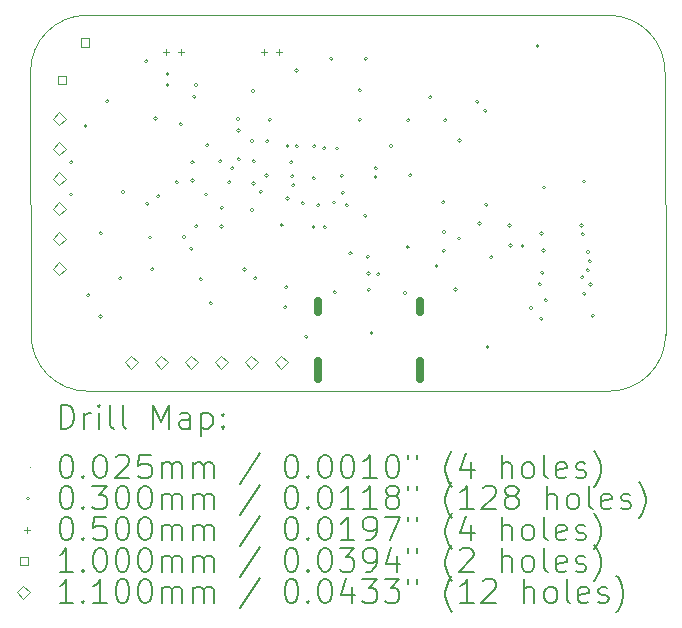
<source format=gbr>
%TF.GenerationSoftware,KiCad,Pcbnew,8.0.8*%
%TF.CreationDate,2025-02-24T15:49:15-08:00*%
%TF.ProjectId,OuterBoard_rev3.1,4f757465-7242-46f6-9172-645f72657633,rev?*%
%TF.SameCoordinates,Original*%
%TF.FileFunction,Drillmap*%
%TF.FilePolarity,Positive*%
%FSLAX45Y45*%
G04 Gerber Fmt 4.5, Leading zero omitted, Abs format (unit mm)*
G04 Created by KiCad (PCBNEW 8.0.8) date 2025-02-24 15:49:15*
%MOMM*%
%LPD*%
G01*
G04 APERTURE LIST*
%ADD10C,0.100000*%
%ADD11C,0.660400*%
%ADD12C,0.200000*%
%ADD13C,0.110000*%
G04 APERTURE END LIST*
D10*
X10708640Y-7942580D02*
X10713720Y-10170160D01*
X15603220Y-7465060D02*
G75*
G02*
X16080740Y-7942580I0J-477520D01*
G01*
X16080740Y-7942580D02*
X16085820Y-10170160D01*
X11186160Y-7465060D02*
X15603220Y-7465060D01*
X16085820Y-10170160D02*
G75*
G02*
X15608300Y-10647680I-477520J0D01*
G01*
X11191240Y-10647680D02*
X15608300Y-10647680D01*
X10708640Y-7942580D02*
G75*
G02*
X11186160Y-7465060I477520J0D01*
G01*
X11191240Y-10647680D02*
G75*
G02*
X10713720Y-10170160I0J477520D01*
G01*
D11*
X13145000Y-9981460D02*
X13145000Y-9882400D01*
X13145000Y-10542860D02*
X13145000Y-10393000D01*
X14009000Y-9981460D02*
X14009000Y-9882400D01*
X14009000Y-10542860D02*
X14009000Y-10393000D01*
D12*
D10*
X13143730Y-9930660D02*
X13146270Y-9933200D01*
X13146270Y-9930660D02*
X13143730Y-9933200D01*
X13143730Y-10466660D02*
X13146270Y-10469200D01*
X13146270Y-10466660D02*
X13143730Y-10469200D01*
X14007730Y-9930660D02*
X14010270Y-9933200D01*
X14010270Y-9930660D02*
X14007730Y-9933200D01*
X14007730Y-10466660D02*
X14010270Y-10469200D01*
X14010270Y-10466660D02*
X14007730Y-10469200D01*
X11066540Y-8981440D02*
G75*
G02*
X11036540Y-8981440I-15000J0D01*
G01*
X11036540Y-8981440D02*
G75*
G02*
X11066540Y-8981440I15000J0D01*
G01*
X11069080Y-8709660D02*
G75*
G02*
X11039080Y-8709660I-15000J0D01*
G01*
X11039080Y-8709660D02*
G75*
G02*
X11069080Y-8709660I15000J0D01*
G01*
X11189900Y-8403760D02*
G75*
G02*
X11159900Y-8403760I-15000J0D01*
G01*
X11159900Y-8403760D02*
G75*
G02*
X11189900Y-8403760I15000J0D01*
G01*
X11213860Y-9834880D02*
G75*
G02*
X11183860Y-9834880I-15000J0D01*
G01*
X11183860Y-9834880D02*
G75*
G02*
X11213860Y-9834880I15000J0D01*
G01*
X11315460Y-10015220D02*
G75*
G02*
X11285460Y-10015220I-15000J0D01*
G01*
X11285460Y-10015220D02*
G75*
G02*
X11315460Y-10015220I15000J0D01*
G01*
X11318000Y-9311640D02*
G75*
G02*
X11288000Y-9311640I-15000J0D01*
G01*
X11288000Y-9311640D02*
G75*
G02*
X11318000Y-9311640I15000J0D01*
G01*
X11373313Y-8194040D02*
G75*
G02*
X11343313Y-8194040I-15000J0D01*
G01*
X11343313Y-8194040D02*
G75*
G02*
X11373313Y-8194040I15000J0D01*
G01*
X11483100Y-9692640D02*
G75*
G02*
X11453100Y-9692640I-15000J0D01*
G01*
X11453100Y-9692640D02*
G75*
G02*
X11483100Y-9692640I15000J0D01*
G01*
X11508500Y-8961120D02*
G75*
G02*
X11478500Y-8961120I-15000J0D01*
G01*
X11478500Y-8961120D02*
G75*
G02*
X11508500Y-8961120I15000J0D01*
G01*
X11704080Y-7853680D02*
G75*
G02*
X11674080Y-7853680I-15000J0D01*
G01*
X11674080Y-7853680D02*
G75*
G02*
X11704080Y-7853680I15000J0D01*
G01*
X11711700Y-9060180D02*
G75*
G02*
X11681700Y-9060180I-15000J0D01*
G01*
X11681700Y-9060180D02*
G75*
G02*
X11711700Y-9060180I15000J0D01*
G01*
X11735107Y-9347754D02*
G75*
G02*
X11705107Y-9347754I-15000J0D01*
G01*
X11705107Y-9347754D02*
G75*
G02*
X11735107Y-9347754I15000J0D01*
G01*
X11754670Y-9613900D02*
G75*
G02*
X11724670Y-9613900I-15000J0D01*
G01*
X11724670Y-9613900D02*
G75*
G02*
X11754670Y-9613900I15000J0D01*
G01*
X11781830Y-8339810D02*
G75*
G02*
X11751830Y-8339810I-15000J0D01*
G01*
X11751830Y-8339810D02*
G75*
G02*
X11781830Y-8339810I15000J0D01*
G01*
X11803968Y-8998129D02*
G75*
G02*
X11773968Y-8998129I-15000J0D01*
G01*
X11773968Y-8998129D02*
G75*
G02*
X11803968Y-8998129I15000J0D01*
G01*
X11883870Y-7961880D02*
G75*
G02*
X11853870Y-7961880I-15000J0D01*
G01*
X11853870Y-7961880D02*
G75*
G02*
X11883870Y-7961880I15000J0D01*
G01*
X11883870Y-8056880D02*
G75*
G02*
X11853870Y-8056880I-15000J0D01*
G01*
X11853870Y-8056880D02*
G75*
G02*
X11883870Y-8056880I15000J0D01*
G01*
X11963380Y-8879340D02*
G75*
G02*
X11933380Y-8879340I-15000J0D01*
G01*
X11933380Y-8879340D02*
G75*
G02*
X11963380Y-8879340I15000J0D01*
G01*
X11997055Y-8388537D02*
G75*
G02*
X11967055Y-8388537I-15000J0D01*
G01*
X11967055Y-8388537D02*
G75*
G02*
X11997055Y-8388537I15000J0D01*
G01*
X12024120Y-9342120D02*
G75*
G02*
X11994120Y-9342120I-15000J0D01*
G01*
X11994120Y-9342120D02*
G75*
G02*
X12024120Y-9342120I15000J0D01*
G01*
X12085080Y-9441180D02*
G75*
G02*
X12055080Y-9441180I-15000J0D01*
G01*
X12055080Y-9441180D02*
G75*
G02*
X12085080Y-9441180I15000J0D01*
G01*
X12095240Y-8709660D02*
G75*
G02*
X12065240Y-8709660I-15000J0D01*
G01*
X12065240Y-8709660D02*
G75*
G02*
X12095240Y-8709660I15000J0D01*
G01*
X12095240Y-8864660D02*
G75*
G02*
X12065240Y-8864660I-15000J0D01*
G01*
X12065240Y-8864660D02*
G75*
G02*
X12095240Y-8864660I15000J0D01*
G01*
X12110480Y-8153880D02*
G75*
G02*
X12080480Y-8153880I-15000J0D01*
G01*
X12080480Y-8153880D02*
G75*
G02*
X12110480Y-8153880I15000J0D01*
G01*
X12125720Y-8056880D02*
G75*
G02*
X12095720Y-8056880I-15000J0D01*
G01*
X12095720Y-8056880D02*
G75*
G02*
X12125720Y-8056880I15000J0D01*
G01*
X12128260Y-9250460D02*
G75*
G02*
X12098260Y-9250460I-15000J0D01*
G01*
X12098260Y-9250460D02*
G75*
G02*
X12128260Y-9250460I15000J0D01*
G01*
X12163820Y-9700260D02*
G75*
G02*
X12133820Y-9700260I-15000J0D01*
G01*
X12133820Y-9700260D02*
G75*
G02*
X12163820Y-9700260I15000J0D01*
G01*
X12209312Y-8982971D02*
G75*
G02*
X12179312Y-8982971I-15000J0D01*
G01*
X12179312Y-8982971D02*
G75*
G02*
X12209312Y-8982971I15000J0D01*
G01*
X12219700Y-8564880D02*
G75*
G02*
X12189700Y-8564880I-15000J0D01*
G01*
X12189700Y-8564880D02*
G75*
G02*
X12219700Y-8564880I15000J0D01*
G01*
X12250180Y-9903460D02*
G75*
G02*
X12220180Y-9903460I-15000J0D01*
G01*
X12220180Y-9903460D02*
G75*
G02*
X12250180Y-9903460I15000J0D01*
G01*
X12330300Y-8703140D02*
G75*
G02*
X12300300Y-8703140I-15000J0D01*
G01*
X12300300Y-8703140D02*
G75*
G02*
X12330300Y-8703140I15000J0D01*
G01*
X12341620Y-9095460D02*
G75*
G02*
X12311620Y-9095460I-15000J0D01*
G01*
X12311620Y-9095460D02*
G75*
G02*
X12341620Y-9095460I15000J0D01*
G01*
X12341620Y-9253220D02*
G75*
G02*
X12311620Y-9253220I-15000J0D01*
G01*
X12311620Y-9253220D02*
G75*
G02*
X12341620Y-9253220I15000J0D01*
G01*
X12406000Y-8879000D02*
G75*
G02*
X12376000Y-8879000I-15000J0D01*
G01*
X12376000Y-8879000D02*
G75*
G02*
X12406000Y-8879000I15000J0D01*
G01*
X12431045Y-8760620D02*
G75*
G02*
X12401045Y-8760620I-15000J0D01*
G01*
X12401045Y-8760620D02*
G75*
G02*
X12431045Y-8760620I15000J0D01*
G01*
X12481160Y-8343900D02*
G75*
G02*
X12451160Y-8343900I-15000J0D01*
G01*
X12451160Y-8343900D02*
G75*
G02*
X12481160Y-8343900I15000J0D01*
G01*
X12486400Y-8440420D02*
G75*
G02*
X12456400Y-8440420I-15000J0D01*
G01*
X12456400Y-8440420D02*
G75*
G02*
X12486400Y-8440420I15000J0D01*
G01*
X12486560Y-8684830D02*
G75*
G02*
X12456560Y-8684830I-15000J0D01*
G01*
X12456560Y-8684830D02*
G75*
G02*
X12486560Y-8684830I15000J0D01*
G01*
X12534660Y-9616440D02*
G75*
G02*
X12504660Y-9616440I-15000J0D01*
G01*
X12504660Y-9616440D02*
G75*
G02*
X12534660Y-9616440I15000J0D01*
G01*
X12598000Y-8530880D02*
G75*
G02*
X12568000Y-8530880I-15000J0D01*
G01*
X12568000Y-8530880D02*
G75*
G02*
X12598000Y-8530880I15000J0D01*
G01*
X12598000Y-9113520D02*
G75*
G02*
X12568000Y-9113520I-15000J0D01*
G01*
X12568000Y-9113520D02*
G75*
G02*
X12598000Y-9113520I15000J0D01*
G01*
X12608320Y-8104980D02*
G75*
G02*
X12578320Y-8104980I-15000J0D01*
G01*
X12578320Y-8104980D02*
G75*
G02*
X12608320Y-8104980I15000J0D01*
G01*
X12613400Y-8702040D02*
G75*
G02*
X12583400Y-8702040I-15000J0D01*
G01*
X12583400Y-8702040D02*
G75*
G02*
X12613400Y-8702040I15000J0D01*
G01*
X12613400Y-8890000D02*
G75*
G02*
X12583400Y-8890000I-15000J0D01*
G01*
X12583400Y-8890000D02*
G75*
G02*
X12613400Y-8890000I15000J0D01*
G01*
X12625000Y-9692000D02*
G75*
G02*
X12595000Y-9692000I-15000J0D01*
G01*
X12595000Y-9692000D02*
G75*
G02*
X12625000Y-9692000I15000J0D01*
G01*
X12673640Y-8960367D02*
G75*
G02*
X12643640Y-8960367I-15000J0D01*
G01*
X12643640Y-8960367D02*
G75*
G02*
X12673640Y-8960367I15000J0D01*
G01*
X12722620Y-8820600D02*
G75*
G02*
X12692620Y-8820600I-15000J0D01*
G01*
X12692620Y-8820600D02*
G75*
G02*
X12722620Y-8820600I15000J0D01*
G01*
X12727761Y-8530880D02*
G75*
G02*
X12697761Y-8530880I-15000J0D01*
G01*
X12697761Y-8530880D02*
G75*
G02*
X12727761Y-8530880I15000J0D01*
G01*
X12749570Y-8349460D02*
G75*
G02*
X12719570Y-8349460I-15000J0D01*
G01*
X12719570Y-8349460D02*
G75*
G02*
X12749570Y-8349460I15000J0D01*
G01*
X12850731Y-9241085D02*
G75*
G02*
X12820731Y-9241085I-15000J0D01*
G01*
X12820731Y-9241085D02*
G75*
G02*
X12850731Y-9241085I15000J0D01*
G01*
X12880239Y-9938481D02*
G75*
G02*
X12850239Y-9938481I-15000J0D01*
G01*
X12850239Y-9938481D02*
G75*
G02*
X12880239Y-9938481I15000J0D01*
G01*
X12888000Y-9769000D02*
G75*
G02*
X12858000Y-9769000I-15000J0D01*
G01*
X12858000Y-9769000D02*
G75*
G02*
X12888000Y-9769000I15000J0D01*
G01*
X12898974Y-9017088D02*
G75*
G02*
X12868974Y-9017088I-15000J0D01*
G01*
X12868974Y-9017088D02*
G75*
G02*
X12898974Y-9017088I15000J0D01*
G01*
X12899370Y-8573390D02*
G75*
G02*
X12869370Y-8573390I-15000J0D01*
G01*
X12869370Y-8573390D02*
G75*
G02*
X12899370Y-8573390I15000J0D01*
G01*
X12931457Y-8710217D02*
G75*
G02*
X12901457Y-8710217I-15000J0D01*
G01*
X12901457Y-8710217D02*
G75*
G02*
X12931457Y-8710217I15000J0D01*
G01*
X12938520Y-8828850D02*
G75*
G02*
X12908520Y-8828850I-15000J0D01*
G01*
X12908520Y-8828850D02*
G75*
G02*
X12938520Y-8828850I15000J0D01*
G01*
X12948030Y-8904455D02*
G75*
G02*
X12918030Y-8904455I-15000J0D01*
G01*
X12918030Y-8904455D02*
G75*
G02*
X12948030Y-8904455I15000J0D01*
G01*
X12974240Y-7932420D02*
G75*
G02*
X12944240Y-7932420I-15000J0D01*
G01*
X12944240Y-7932420D02*
G75*
G02*
X12974240Y-7932420I15000J0D01*
G01*
X12979160Y-8575040D02*
G75*
G02*
X12949160Y-8575040I-15000J0D01*
G01*
X12949160Y-8575040D02*
G75*
G02*
X12979160Y-8575040I15000J0D01*
G01*
X13029960Y-9057640D02*
G75*
G02*
X12999960Y-9057640I-15000J0D01*
G01*
X12999960Y-9057640D02*
G75*
G02*
X13029960Y-9057640I15000J0D01*
G01*
X13057900Y-10187940D02*
G75*
G02*
X13027900Y-10187940I-15000J0D01*
G01*
X13027900Y-10187940D02*
G75*
G02*
X13057900Y-10187940I15000J0D01*
G01*
X13120408Y-9257421D02*
G75*
G02*
X13090408Y-9257421I-15000J0D01*
G01*
X13090408Y-9257421D02*
G75*
G02*
X13120408Y-9257421I15000J0D01*
G01*
X13121948Y-8845758D02*
G75*
G02*
X13091948Y-8845758I-15000J0D01*
G01*
X13091948Y-8845758D02*
G75*
G02*
X13121948Y-8845758I15000J0D01*
G01*
X13125840Y-8575040D02*
G75*
G02*
X13095840Y-8575040I-15000J0D01*
G01*
X13095840Y-8575040D02*
G75*
G02*
X13125840Y-8575040I15000J0D01*
G01*
X13159500Y-9075420D02*
G75*
G02*
X13129500Y-9075420I-15000J0D01*
G01*
X13129500Y-9075420D02*
G75*
G02*
X13159500Y-9075420I15000J0D01*
G01*
X13210300Y-8592820D02*
G75*
G02*
X13180300Y-8592820I-15000J0D01*
G01*
X13180300Y-8592820D02*
G75*
G02*
X13210300Y-8592820I15000J0D01*
G01*
X13213750Y-9259709D02*
G75*
G02*
X13183750Y-9259709I-15000J0D01*
G01*
X13183750Y-9259709D02*
G75*
G02*
X13213750Y-9259709I15000J0D01*
G01*
X13268500Y-7833500D02*
G75*
G02*
X13238500Y-7833500I-15000J0D01*
G01*
X13238500Y-7833500D02*
G75*
G02*
X13268500Y-7833500I15000J0D01*
G01*
X13294120Y-9050020D02*
G75*
G02*
X13264120Y-9050020I-15000J0D01*
G01*
X13264120Y-9050020D02*
G75*
G02*
X13294120Y-9050020I15000J0D01*
G01*
X13301000Y-9810000D02*
G75*
G02*
X13271000Y-9810000I-15000J0D01*
G01*
X13271000Y-9810000D02*
G75*
G02*
X13301000Y-9810000I15000J0D01*
G01*
X13318030Y-8593920D02*
G75*
G02*
X13288030Y-8593920I-15000J0D01*
G01*
X13288030Y-8593920D02*
G75*
G02*
X13318030Y-8593920I15000J0D01*
G01*
X13359470Y-8823960D02*
G75*
G02*
X13329470Y-8823960I-15000J0D01*
G01*
X13329470Y-8823960D02*
G75*
G02*
X13359470Y-8823960I15000J0D01*
G01*
X13367780Y-8966200D02*
G75*
G02*
X13337780Y-8966200I-15000J0D01*
G01*
X13337780Y-8966200D02*
G75*
G02*
X13367780Y-8966200I15000J0D01*
G01*
X13400800Y-9072880D02*
G75*
G02*
X13370800Y-9072880I-15000J0D01*
G01*
X13370800Y-9072880D02*
G75*
G02*
X13400800Y-9072880I15000J0D01*
G01*
X13431280Y-9481820D02*
G75*
G02*
X13401280Y-9481820I-15000J0D01*
G01*
X13401280Y-9481820D02*
G75*
G02*
X13431280Y-9481820I15000J0D01*
G01*
X13512000Y-8099000D02*
G75*
G02*
X13482000Y-8099000I-15000J0D01*
G01*
X13482000Y-8099000D02*
G75*
G02*
X13512000Y-8099000I15000J0D01*
G01*
X13512000Y-8351000D02*
G75*
G02*
X13482000Y-8351000I-15000J0D01*
G01*
X13482000Y-8351000D02*
G75*
G02*
X13512000Y-8351000I15000J0D01*
G01*
X13558290Y-9164320D02*
G75*
G02*
X13528290Y-9164320I-15000J0D01*
G01*
X13528290Y-9164320D02*
G75*
G02*
X13558290Y-9164320I15000J0D01*
G01*
X13563500Y-7833500D02*
G75*
G02*
X13533500Y-7833500I-15000J0D01*
G01*
X13533500Y-7833500D02*
G75*
G02*
X13563500Y-7833500I15000J0D01*
G01*
X13581140Y-9509760D02*
G75*
G02*
X13551140Y-9509760I-15000J0D01*
G01*
X13551140Y-9509760D02*
G75*
G02*
X13581140Y-9509760I15000J0D01*
G01*
X13586220Y-9652000D02*
G75*
G02*
X13556220Y-9652000I-15000J0D01*
G01*
X13556220Y-9652000D02*
G75*
G02*
X13586220Y-9652000I15000J0D01*
G01*
X13586220Y-9789000D02*
G75*
G02*
X13556220Y-9789000I-15000J0D01*
G01*
X13556220Y-9789000D02*
G75*
G02*
X13586220Y-9789000I15000J0D01*
G01*
X13611280Y-10154920D02*
G75*
G02*
X13581280Y-10154920I-15000J0D01*
G01*
X13581280Y-10154920D02*
G75*
G02*
X13611280Y-10154920I15000J0D01*
G01*
X13645468Y-8835798D02*
G75*
G02*
X13615468Y-8835798I-15000J0D01*
G01*
X13615468Y-8835798D02*
G75*
G02*
X13645468Y-8835798I15000J0D01*
G01*
X13648000Y-8760600D02*
G75*
G02*
X13618000Y-8760600I-15000J0D01*
G01*
X13618000Y-8760600D02*
G75*
G02*
X13648000Y-8760600I15000J0D01*
G01*
X13667500Y-9657080D02*
G75*
G02*
X13637500Y-9657080I-15000J0D01*
G01*
X13637500Y-9657080D02*
G75*
G02*
X13667500Y-9657080I15000J0D01*
G01*
X13774180Y-8572500D02*
G75*
G02*
X13744180Y-8572500I-15000J0D01*
G01*
X13744180Y-8572500D02*
G75*
G02*
X13774180Y-8572500I15000J0D01*
G01*
X13893000Y-9816000D02*
G75*
G02*
X13863000Y-9816000I-15000J0D01*
G01*
X13863000Y-9816000D02*
G75*
G02*
X13893000Y-9816000I15000J0D01*
G01*
X13916390Y-9428510D02*
G75*
G02*
X13886390Y-9428510I-15000J0D01*
G01*
X13886390Y-9428510D02*
G75*
G02*
X13916390Y-9428510I15000J0D01*
G01*
X13921500Y-8354060D02*
G75*
G02*
X13891500Y-8354060I-15000J0D01*
G01*
X13891500Y-8354060D02*
G75*
G02*
X13921500Y-8354060I15000J0D01*
G01*
X13938880Y-8820640D02*
G75*
G02*
X13908880Y-8820640I-15000J0D01*
G01*
X13908880Y-8820640D02*
G75*
G02*
X13938880Y-8820640I15000J0D01*
G01*
X14109460Y-8158480D02*
G75*
G02*
X14079460Y-8158480I-15000J0D01*
G01*
X14079460Y-8158480D02*
G75*
G02*
X14109460Y-8158480I15000J0D01*
G01*
X14160260Y-9588500D02*
G75*
G02*
X14130260Y-9588500I-15000J0D01*
G01*
X14130260Y-9588500D02*
G75*
G02*
X14160260Y-9588500I15000J0D01*
G01*
X14217880Y-9047690D02*
G75*
G02*
X14187880Y-9047690I-15000J0D01*
G01*
X14187880Y-9047690D02*
G75*
G02*
X14217880Y-9047690I15000J0D01*
G01*
X14223760Y-9458960D02*
G75*
G02*
X14193760Y-9458960I-15000J0D01*
G01*
X14193760Y-9458960D02*
G75*
G02*
X14223760Y-9458960I15000J0D01*
G01*
X14226149Y-9300722D02*
G75*
G02*
X14196149Y-9300722I-15000J0D01*
G01*
X14196149Y-9300722D02*
G75*
G02*
X14226149Y-9300722I15000J0D01*
G01*
X14233920Y-8354060D02*
G75*
G02*
X14203920Y-8354060I-15000J0D01*
G01*
X14203920Y-8354060D02*
G75*
G02*
X14233920Y-8354060I15000J0D01*
G01*
X14322820Y-9786620D02*
G75*
G02*
X14292820Y-9786620I-15000J0D01*
G01*
X14292820Y-9786620D02*
G75*
G02*
X14322820Y-9786620I15000J0D01*
G01*
X14352000Y-9355000D02*
G75*
G02*
X14322000Y-9355000I-15000J0D01*
G01*
X14322000Y-9355000D02*
G75*
G02*
X14352000Y-9355000I15000J0D01*
G01*
X14355840Y-8524240D02*
G75*
G02*
X14325840Y-8524240I-15000J0D01*
G01*
X14325840Y-8524240D02*
G75*
G02*
X14355840Y-8524240I15000J0D01*
G01*
X14505960Y-8196580D02*
G75*
G02*
X14475960Y-8196580I-15000J0D01*
G01*
X14475960Y-8196580D02*
G75*
G02*
X14505960Y-8196580I15000J0D01*
G01*
X14523480Y-9228460D02*
G75*
G02*
X14493480Y-9228460I-15000J0D01*
G01*
X14493480Y-9228460D02*
G75*
G02*
X14523480Y-9228460I15000J0D01*
G01*
X14574280Y-8275320D02*
G75*
G02*
X14544280Y-8275320I-15000J0D01*
G01*
X14544280Y-8275320D02*
G75*
G02*
X14574280Y-8275320I15000J0D01*
G01*
X14581900Y-9067800D02*
G75*
G02*
X14551900Y-9067800I-15000J0D01*
G01*
X14551900Y-9067800D02*
G75*
G02*
X14581900Y-9067800I15000J0D01*
G01*
X14592060Y-10274300D02*
G75*
G02*
X14562060Y-10274300I-15000J0D01*
G01*
X14562060Y-10274300D02*
G75*
G02*
X14592060Y-10274300I15000J0D01*
G01*
X14624890Y-9512300D02*
G75*
G02*
X14594890Y-9512300I-15000J0D01*
G01*
X14594890Y-9512300D02*
G75*
G02*
X14624890Y-9512300I15000J0D01*
G01*
X14780020Y-9245600D02*
G75*
G02*
X14750020Y-9245600I-15000J0D01*
G01*
X14750020Y-9245600D02*
G75*
G02*
X14780020Y-9245600I15000J0D01*
G01*
X14787640Y-9415780D02*
G75*
G02*
X14757640Y-9415780I-15000J0D01*
G01*
X14757640Y-9415780D02*
G75*
G02*
X14787640Y-9415780I15000J0D01*
G01*
X14889240Y-9418320D02*
G75*
G02*
X14859240Y-9418320I-15000J0D01*
G01*
X14859240Y-9418320D02*
G75*
G02*
X14889240Y-9418320I15000J0D01*
G01*
X14960000Y-9944100D02*
G75*
G02*
X14930000Y-9944100I-15000J0D01*
G01*
X14930000Y-9944100D02*
G75*
G02*
X14960000Y-9944100I15000J0D01*
G01*
X15016240Y-7724140D02*
G75*
G02*
X14986240Y-7724140I-15000J0D01*
G01*
X14986240Y-7724140D02*
G75*
G02*
X15016240Y-7724140I15000J0D01*
G01*
X15036560Y-9743440D02*
G75*
G02*
X15006560Y-9743440I-15000J0D01*
G01*
X15006560Y-9743440D02*
G75*
G02*
X15036560Y-9743440I15000J0D01*
G01*
X15047000Y-10033640D02*
G75*
G02*
X15017000Y-10033640I-15000J0D01*
G01*
X15017000Y-10033640D02*
G75*
G02*
X15047000Y-10033640I15000J0D01*
G01*
X15049260Y-9314180D02*
G75*
G02*
X15019260Y-9314180I-15000J0D01*
G01*
X15019260Y-9314180D02*
G75*
G02*
X15049260Y-9314180I15000J0D01*
G01*
X15056880Y-9644380D02*
G75*
G02*
X15026880Y-9644380I-15000J0D01*
G01*
X15026880Y-9644380D02*
G75*
G02*
X15056880Y-9644380I15000J0D01*
G01*
X15067040Y-9456420D02*
G75*
G02*
X15037040Y-9456420I-15000J0D01*
G01*
X15037040Y-9456420D02*
G75*
G02*
X15067040Y-9456420I15000J0D01*
G01*
X15072120Y-8923020D02*
G75*
G02*
X15042120Y-8923020I-15000J0D01*
G01*
X15042120Y-8923020D02*
G75*
G02*
X15072120Y-8923020I15000J0D01*
G01*
X15086000Y-9879240D02*
G75*
G02*
X15056000Y-9879240I-15000J0D01*
G01*
X15056000Y-9879240D02*
G75*
G02*
X15086000Y-9879240I15000J0D01*
G01*
X15387509Y-9245027D02*
G75*
G02*
X15357509Y-9245027I-15000J0D01*
G01*
X15357509Y-9245027D02*
G75*
G02*
X15387509Y-9245027I15000J0D01*
G01*
X15396000Y-9684000D02*
G75*
G02*
X15366000Y-9684000I-15000J0D01*
G01*
X15366000Y-9684000D02*
G75*
G02*
X15396000Y-9684000I15000J0D01*
G01*
X15399780Y-9319260D02*
G75*
G02*
X15369780Y-9319260I-15000J0D01*
G01*
X15369780Y-9319260D02*
G75*
G02*
X15399780Y-9319260I15000J0D01*
G01*
X15409940Y-8872220D02*
G75*
G02*
X15379940Y-8872220I-15000J0D01*
G01*
X15379940Y-8872220D02*
G75*
G02*
X15409940Y-8872220I15000J0D01*
G01*
X15412000Y-9824000D02*
G75*
G02*
X15382000Y-9824000I-15000J0D01*
G01*
X15382000Y-9824000D02*
G75*
G02*
X15412000Y-9824000I15000J0D01*
G01*
X15441325Y-9623944D02*
G75*
G02*
X15411325Y-9623944I-15000J0D01*
G01*
X15411325Y-9623944D02*
G75*
G02*
X15441325Y-9623944I15000J0D01*
G01*
X15445000Y-9470000D02*
G75*
G02*
X15415000Y-9470000I-15000J0D01*
G01*
X15415000Y-9470000D02*
G75*
G02*
X15445000Y-9470000I15000J0D01*
G01*
X15459000Y-9549000D02*
G75*
G02*
X15429000Y-9549000I-15000J0D01*
G01*
X15429000Y-9549000D02*
G75*
G02*
X15459000Y-9549000I15000J0D01*
G01*
X15466460Y-9745500D02*
G75*
G02*
X15436460Y-9745500I-15000J0D01*
G01*
X15436460Y-9745500D02*
G75*
G02*
X15466460Y-9745500I15000J0D01*
G01*
X15483600Y-10010140D02*
G75*
G02*
X15453600Y-10010140I-15000J0D01*
G01*
X15453600Y-10010140D02*
G75*
G02*
X15483600Y-10010140I15000J0D01*
G01*
X11858720Y-7755020D02*
X11858720Y-7805020D01*
X11833720Y-7780020D02*
X11883720Y-7780020D01*
X11983720Y-7755020D02*
X11983720Y-7805020D01*
X11958720Y-7780020D02*
X12008720Y-7780020D01*
X12686760Y-7749940D02*
X12686760Y-7799940D01*
X12661760Y-7774940D02*
X12711760Y-7774940D01*
X12811760Y-7749940D02*
X12811760Y-7799940D01*
X12786760Y-7774940D02*
X12836760Y-7774940D01*
X11008156Y-8049056D02*
X11008156Y-7978344D01*
X10937444Y-7978344D01*
X10937444Y-8049056D01*
X11008156Y-8049056D01*
X11203736Y-7731556D02*
X11203736Y-7660844D01*
X11133024Y-7660844D01*
X11133024Y-7731556D01*
X11203736Y-7731556D01*
D13*
X10952480Y-8396360D02*
X11007480Y-8341360D01*
X10952480Y-8286360D01*
X10897480Y-8341360D01*
X10952480Y-8396360D01*
X10952480Y-8650360D02*
X11007480Y-8595360D01*
X10952480Y-8540360D01*
X10897480Y-8595360D01*
X10952480Y-8650360D01*
X10952480Y-8904360D02*
X11007480Y-8849360D01*
X10952480Y-8794360D01*
X10897480Y-8849360D01*
X10952480Y-8904360D01*
X10952480Y-9158360D02*
X11007480Y-9103360D01*
X10952480Y-9048360D01*
X10897480Y-9103360D01*
X10952480Y-9158360D01*
X10952480Y-9412360D02*
X11007480Y-9357360D01*
X10952480Y-9302360D01*
X10897480Y-9357360D01*
X10952480Y-9412360D01*
X10952480Y-9666360D02*
X11007480Y-9611360D01*
X10952480Y-9556360D01*
X10897480Y-9611360D01*
X10952480Y-9666360D01*
X11562080Y-10456300D02*
X11617080Y-10401300D01*
X11562080Y-10346300D01*
X11507080Y-10401300D01*
X11562080Y-10456300D01*
X11816080Y-10456300D02*
X11871080Y-10401300D01*
X11816080Y-10346300D01*
X11761080Y-10401300D01*
X11816080Y-10456300D01*
X12070080Y-10456300D02*
X12125080Y-10401300D01*
X12070080Y-10346300D01*
X12015080Y-10401300D01*
X12070080Y-10456300D01*
X12324080Y-10456300D02*
X12379080Y-10401300D01*
X12324080Y-10346300D01*
X12269080Y-10401300D01*
X12324080Y-10456300D01*
X12578080Y-10456300D02*
X12633080Y-10401300D01*
X12578080Y-10346300D01*
X12523080Y-10401300D01*
X12578080Y-10456300D01*
X12832080Y-10456300D02*
X12887080Y-10401300D01*
X12832080Y-10346300D01*
X12777080Y-10401300D01*
X12832080Y-10456300D01*
D12*
X10964417Y-10964164D02*
X10964417Y-10764164D01*
X10964417Y-10764164D02*
X11012036Y-10764164D01*
X11012036Y-10764164D02*
X11040607Y-10773688D01*
X11040607Y-10773688D02*
X11059655Y-10792735D01*
X11059655Y-10792735D02*
X11069179Y-10811783D01*
X11069179Y-10811783D02*
X11078703Y-10849878D01*
X11078703Y-10849878D02*
X11078703Y-10878450D01*
X11078703Y-10878450D02*
X11069179Y-10916545D01*
X11069179Y-10916545D02*
X11059655Y-10935592D01*
X11059655Y-10935592D02*
X11040607Y-10954640D01*
X11040607Y-10954640D02*
X11012036Y-10964164D01*
X11012036Y-10964164D02*
X10964417Y-10964164D01*
X11164417Y-10964164D02*
X11164417Y-10830830D01*
X11164417Y-10868926D02*
X11173941Y-10849878D01*
X11173941Y-10849878D02*
X11183464Y-10840354D01*
X11183464Y-10840354D02*
X11202512Y-10830830D01*
X11202512Y-10830830D02*
X11221560Y-10830830D01*
X11288226Y-10964164D02*
X11288226Y-10830830D01*
X11288226Y-10764164D02*
X11278702Y-10773688D01*
X11278702Y-10773688D02*
X11288226Y-10783211D01*
X11288226Y-10783211D02*
X11297750Y-10773688D01*
X11297750Y-10773688D02*
X11288226Y-10764164D01*
X11288226Y-10764164D02*
X11288226Y-10783211D01*
X11412036Y-10964164D02*
X11392988Y-10954640D01*
X11392988Y-10954640D02*
X11383464Y-10935592D01*
X11383464Y-10935592D02*
X11383464Y-10764164D01*
X11516798Y-10964164D02*
X11497750Y-10954640D01*
X11497750Y-10954640D02*
X11488226Y-10935592D01*
X11488226Y-10935592D02*
X11488226Y-10764164D01*
X11745369Y-10964164D02*
X11745369Y-10764164D01*
X11745369Y-10764164D02*
X11812036Y-10907021D01*
X11812036Y-10907021D02*
X11878702Y-10764164D01*
X11878702Y-10764164D02*
X11878702Y-10964164D01*
X12059655Y-10964164D02*
X12059655Y-10859402D01*
X12059655Y-10859402D02*
X12050131Y-10840354D01*
X12050131Y-10840354D02*
X12031083Y-10830830D01*
X12031083Y-10830830D02*
X11992988Y-10830830D01*
X11992988Y-10830830D02*
X11973941Y-10840354D01*
X12059655Y-10954640D02*
X12040607Y-10964164D01*
X12040607Y-10964164D02*
X11992988Y-10964164D01*
X11992988Y-10964164D02*
X11973941Y-10954640D01*
X11973941Y-10954640D02*
X11964417Y-10935592D01*
X11964417Y-10935592D02*
X11964417Y-10916545D01*
X11964417Y-10916545D02*
X11973941Y-10897497D01*
X11973941Y-10897497D02*
X11992988Y-10887973D01*
X11992988Y-10887973D02*
X12040607Y-10887973D01*
X12040607Y-10887973D02*
X12059655Y-10878450D01*
X12154893Y-10830830D02*
X12154893Y-11030830D01*
X12154893Y-10840354D02*
X12173941Y-10830830D01*
X12173941Y-10830830D02*
X12212036Y-10830830D01*
X12212036Y-10830830D02*
X12231083Y-10840354D01*
X12231083Y-10840354D02*
X12240607Y-10849878D01*
X12240607Y-10849878D02*
X12250131Y-10868926D01*
X12250131Y-10868926D02*
X12250131Y-10926069D01*
X12250131Y-10926069D02*
X12240607Y-10945116D01*
X12240607Y-10945116D02*
X12231083Y-10954640D01*
X12231083Y-10954640D02*
X12212036Y-10964164D01*
X12212036Y-10964164D02*
X12173941Y-10964164D01*
X12173941Y-10964164D02*
X12154893Y-10954640D01*
X12335845Y-10945116D02*
X12345369Y-10954640D01*
X12345369Y-10954640D02*
X12335845Y-10964164D01*
X12335845Y-10964164D02*
X12326322Y-10954640D01*
X12326322Y-10954640D02*
X12335845Y-10945116D01*
X12335845Y-10945116D02*
X12335845Y-10964164D01*
X12335845Y-10840354D02*
X12345369Y-10849878D01*
X12345369Y-10849878D02*
X12335845Y-10859402D01*
X12335845Y-10859402D02*
X12326322Y-10849878D01*
X12326322Y-10849878D02*
X12335845Y-10840354D01*
X12335845Y-10840354D02*
X12335845Y-10859402D01*
D10*
X10701100Y-11291410D02*
X10703640Y-11293950D01*
X10703640Y-11291410D02*
X10701100Y-11293950D01*
D12*
X11002512Y-11184164D02*
X11021560Y-11184164D01*
X11021560Y-11184164D02*
X11040607Y-11193688D01*
X11040607Y-11193688D02*
X11050131Y-11203211D01*
X11050131Y-11203211D02*
X11059655Y-11222259D01*
X11059655Y-11222259D02*
X11069179Y-11260354D01*
X11069179Y-11260354D02*
X11069179Y-11307973D01*
X11069179Y-11307973D02*
X11059655Y-11346068D01*
X11059655Y-11346068D02*
X11050131Y-11365116D01*
X11050131Y-11365116D02*
X11040607Y-11374640D01*
X11040607Y-11374640D02*
X11021560Y-11384164D01*
X11021560Y-11384164D02*
X11002512Y-11384164D01*
X11002512Y-11384164D02*
X10983464Y-11374640D01*
X10983464Y-11374640D02*
X10973941Y-11365116D01*
X10973941Y-11365116D02*
X10964417Y-11346068D01*
X10964417Y-11346068D02*
X10954893Y-11307973D01*
X10954893Y-11307973D02*
X10954893Y-11260354D01*
X10954893Y-11260354D02*
X10964417Y-11222259D01*
X10964417Y-11222259D02*
X10973941Y-11203211D01*
X10973941Y-11203211D02*
X10983464Y-11193688D01*
X10983464Y-11193688D02*
X11002512Y-11184164D01*
X11154893Y-11365116D02*
X11164417Y-11374640D01*
X11164417Y-11374640D02*
X11154893Y-11384164D01*
X11154893Y-11384164D02*
X11145369Y-11374640D01*
X11145369Y-11374640D02*
X11154893Y-11365116D01*
X11154893Y-11365116D02*
X11154893Y-11384164D01*
X11288226Y-11184164D02*
X11307274Y-11184164D01*
X11307274Y-11184164D02*
X11326322Y-11193688D01*
X11326322Y-11193688D02*
X11335845Y-11203211D01*
X11335845Y-11203211D02*
X11345369Y-11222259D01*
X11345369Y-11222259D02*
X11354893Y-11260354D01*
X11354893Y-11260354D02*
X11354893Y-11307973D01*
X11354893Y-11307973D02*
X11345369Y-11346068D01*
X11345369Y-11346068D02*
X11335845Y-11365116D01*
X11335845Y-11365116D02*
X11326322Y-11374640D01*
X11326322Y-11374640D02*
X11307274Y-11384164D01*
X11307274Y-11384164D02*
X11288226Y-11384164D01*
X11288226Y-11384164D02*
X11269179Y-11374640D01*
X11269179Y-11374640D02*
X11259655Y-11365116D01*
X11259655Y-11365116D02*
X11250131Y-11346068D01*
X11250131Y-11346068D02*
X11240607Y-11307973D01*
X11240607Y-11307973D02*
X11240607Y-11260354D01*
X11240607Y-11260354D02*
X11250131Y-11222259D01*
X11250131Y-11222259D02*
X11259655Y-11203211D01*
X11259655Y-11203211D02*
X11269179Y-11193688D01*
X11269179Y-11193688D02*
X11288226Y-11184164D01*
X11431083Y-11203211D02*
X11440607Y-11193688D01*
X11440607Y-11193688D02*
X11459655Y-11184164D01*
X11459655Y-11184164D02*
X11507274Y-11184164D01*
X11507274Y-11184164D02*
X11526322Y-11193688D01*
X11526322Y-11193688D02*
X11535845Y-11203211D01*
X11535845Y-11203211D02*
X11545369Y-11222259D01*
X11545369Y-11222259D02*
X11545369Y-11241307D01*
X11545369Y-11241307D02*
X11535845Y-11269878D01*
X11535845Y-11269878D02*
X11421560Y-11384164D01*
X11421560Y-11384164D02*
X11545369Y-11384164D01*
X11726322Y-11184164D02*
X11631083Y-11184164D01*
X11631083Y-11184164D02*
X11621560Y-11279402D01*
X11621560Y-11279402D02*
X11631083Y-11269878D01*
X11631083Y-11269878D02*
X11650131Y-11260354D01*
X11650131Y-11260354D02*
X11697750Y-11260354D01*
X11697750Y-11260354D02*
X11716798Y-11269878D01*
X11716798Y-11269878D02*
X11726322Y-11279402D01*
X11726322Y-11279402D02*
X11735845Y-11298449D01*
X11735845Y-11298449D02*
X11735845Y-11346068D01*
X11735845Y-11346068D02*
X11726322Y-11365116D01*
X11726322Y-11365116D02*
X11716798Y-11374640D01*
X11716798Y-11374640D02*
X11697750Y-11384164D01*
X11697750Y-11384164D02*
X11650131Y-11384164D01*
X11650131Y-11384164D02*
X11631083Y-11374640D01*
X11631083Y-11374640D02*
X11621560Y-11365116D01*
X11821560Y-11384164D02*
X11821560Y-11250830D01*
X11821560Y-11269878D02*
X11831083Y-11260354D01*
X11831083Y-11260354D02*
X11850131Y-11250830D01*
X11850131Y-11250830D02*
X11878703Y-11250830D01*
X11878703Y-11250830D02*
X11897750Y-11260354D01*
X11897750Y-11260354D02*
X11907274Y-11279402D01*
X11907274Y-11279402D02*
X11907274Y-11384164D01*
X11907274Y-11279402D02*
X11916798Y-11260354D01*
X11916798Y-11260354D02*
X11935845Y-11250830D01*
X11935845Y-11250830D02*
X11964417Y-11250830D01*
X11964417Y-11250830D02*
X11983464Y-11260354D01*
X11983464Y-11260354D02*
X11992988Y-11279402D01*
X11992988Y-11279402D02*
X11992988Y-11384164D01*
X12088226Y-11384164D02*
X12088226Y-11250830D01*
X12088226Y-11269878D02*
X12097750Y-11260354D01*
X12097750Y-11260354D02*
X12116798Y-11250830D01*
X12116798Y-11250830D02*
X12145369Y-11250830D01*
X12145369Y-11250830D02*
X12164417Y-11260354D01*
X12164417Y-11260354D02*
X12173941Y-11279402D01*
X12173941Y-11279402D02*
X12173941Y-11384164D01*
X12173941Y-11279402D02*
X12183464Y-11260354D01*
X12183464Y-11260354D02*
X12202512Y-11250830D01*
X12202512Y-11250830D02*
X12231083Y-11250830D01*
X12231083Y-11250830D02*
X12250131Y-11260354D01*
X12250131Y-11260354D02*
X12259655Y-11279402D01*
X12259655Y-11279402D02*
X12259655Y-11384164D01*
X12650131Y-11174640D02*
X12478703Y-11431783D01*
X12907274Y-11184164D02*
X12926322Y-11184164D01*
X12926322Y-11184164D02*
X12945369Y-11193688D01*
X12945369Y-11193688D02*
X12954893Y-11203211D01*
X12954893Y-11203211D02*
X12964417Y-11222259D01*
X12964417Y-11222259D02*
X12973941Y-11260354D01*
X12973941Y-11260354D02*
X12973941Y-11307973D01*
X12973941Y-11307973D02*
X12964417Y-11346068D01*
X12964417Y-11346068D02*
X12954893Y-11365116D01*
X12954893Y-11365116D02*
X12945369Y-11374640D01*
X12945369Y-11374640D02*
X12926322Y-11384164D01*
X12926322Y-11384164D02*
X12907274Y-11384164D01*
X12907274Y-11384164D02*
X12888226Y-11374640D01*
X12888226Y-11374640D02*
X12878703Y-11365116D01*
X12878703Y-11365116D02*
X12869179Y-11346068D01*
X12869179Y-11346068D02*
X12859655Y-11307973D01*
X12859655Y-11307973D02*
X12859655Y-11260354D01*
X12859655Y-11260354D02*
X12869179Y-11222259D01*
X12869179Y-11222259D02*
X12878703Y-11203211D01*
X12878703Y-11203211D02*
X12888226Y-11193688D01*
X12888226Y-11193688D02*
X12907274Y-11184164D01*
X13059655Y-11365116D02*
X13069179Y-11374640D01*
X13069179Y-11374640D02*
X13059655Y-11384164D01*
X13059655Y-11384164D02*
X13050131Y-11374640D01*
X13050131Y-11374640D02*
X13059655Y-11365116D01*
X13059655Y-11365116D02*
X13059655Y-11384164D01*
X13192988Y-11184164D02*
X13212036Y-11184164D01*
X13212036Y-11184164D02*
X13231084Y-11193688D01*
X13231084Y-11193688D02*
X13240607Y-11203211D01*
X13240607Y-11203211D02*
X13250131Y-11222259D01*
X13250131Y-11222259D02*
X13259655Y-11260354D01*
X13259655Y-11260354D02*
X13259655Y-11307973D01*
X13259655Y-11307973D02*
X13250131Y-11346068D01*
X13250131Y-11346068D02*
X13240607Y-11365116D01*
X13240607Y-11365116D02*
X13231084Y-11374640D01*
X13231084Y-11374640D02*
X13212036Y-11384164D01*
X13212036Y-11384164D02*
X13192988Y-11384164D01*
X13192988Y-11384164D02*
X13173941Y-11374640D01*
X13173941Y-11374640D02*
X13164417Y-11365116D01*
X13164417Y-11365116D02*
X13154893Y-11346068D01*
X13154893Y-11346068D02*
X13145369Y-11307973D01*
X13145369Y-11307973D02*
X13145369Y-11260354D01*
X13145369Y-11260354D02*
X13154893Y-11222259D01*
X13154893Y-11222259D02*
X13164417Y-11203211D01*
X13164417Y-11203211D02*
X13173941Y-11193688D01*
X13173941Y-11193688D02*
X13192988Y-11184164D01*
X13383465Y-11184164D02*
X13402512Y-11184164D01*
X13402512Y-11184164D02*
X13421560Y-11193688D01*
X13421560Y-11193688D02*
X13431084Y-11203211D01*
X13431084Y-11203211D02*
X13440607Y-11222259D01*
X13440607Y-11222259D02*
X13450131Y-11260354D01*
X13450131Y-11260354D02*
X13450131Y-11307973D01*
X13450131Y-11307973D02*
X13440607Y-11346068D01*
X13440607Y-11346068D02*
X13431084Y-11365116D01*
X13431084Y-11365116D02*
X13421560Y-11374640D01*
X13421560Y-11374640D02*
X13402512Y-11384164D01*
X13402512Y-11384164D02*
X13383465Y-11384164D01*
X13383465Y-11384164D02*
X13364417Y-11374640D01*
X13364417Y-11374640D02*
X13354893Y-11365116D01*
X13354893Y-11365116D02*
X13345369Y-11346068D01*
X13345369Y-11346068D02*
X13335846Y-11307973D01*
X13335846Y-11307973D02*
X13335846Y-11260354D01*
X13335846Y-11260354D02*
X13345369Y-11222259D01*
X13345369Y-11222259D02*
X13354893Y-11203211D01*
X13354893Y-11203211D02*
X13364417Y-11193688D01*
X13364417Y-11193688D02*
X13383465Y-11184164D01*
X13640607Y-11384164D02*
X13526322Y-11384164D01*
X13583465Y-11384164D02*
X13583465Y-11184164D01*
X13583465Y-11184164D02*
X13564417Y-11212735D01*
X13564417Y-11212735D02*
X13545369Y-11231783D01*
X13545369Y-11231783D02*
X13526322Y-11241307D01*
X13764417Y-11184164D02*
X13783465Y-11184164D01*
X13783465Y-11184164D02*
X13802512Y-11193688D01*
X13802512Y-11193688D02*
X13812036Y-11203211D01*
X13812036Y-11203211D02*
X13821560Y-11222259D01*
X13821560Y-11222259D02*
X13831084Y-11260354D01*
X13831084Y-11260354D02*
X13831084Y-11307973D01*
X13831084Y-11307973D02*
X13821560Y-11346068D01*
X13821560Y-11346068D02*
X13812036Y-11365116D01*
X13812036Y-11365116D02*
X13802512Y-11374640D01*
X13802512Y-11374640D02*
X13783465Y-11384164D01*
X13783465Y-11384164D02*
X13764417Y-11384164D01*
X13764417Y-11384164D02*
X13745369Y-11374640D01*
X13745369Y-11374640D02*
X13735846Y-11365116D01*
X13735846Y-11365116D02*
X13726322Y-11346068D01*
X13726322Y-11346068D02*
X13716798Y-11307973D01*
X13716798Y-11307973D02*
X13716798Y-11260354D01*
X13716798Y-11260354D02*
X13726322Y-11222259D01*
X13726322Y-11222259D02*
X13735846Y-11203211D01*
X13735846Y-11203211D02*
X13745369Y-11193688D01*
X13745369Y-11193688D02*
X13764417Y-11184164D01*
X13907274Y-11184164D02*
X13907274Y-11222259D01*
X13983465Y-11184164D02*
X13983465Y-11222259D01*
X14278703Y-11460354D02*
X14269179Y-11450830D01*
X14269179Y-11450830D02*
X14250131Y-11422259D01*
X14250131Y-11422259D02*
X14240608Y-11403211D01*
X14240608Y-11403211D02*
X14231084Y-11374640D01*
X14231084Y-11374640D02*
X14221560Y-11327021D01*
X14221560Y-11327021D02*
X14221560Y-11288926D01*
X14221560Y-11288926D02*
X14231084Y-11241307D01*
X14231084Y-11241307D02*
X14240608Y-11212735D01*
X14240608Y-11212735D02*
X14250131Y-11193688D01*
X14250131Y-11193688D02*
X14269179Y-11165116D01*
X14269179Y-11165116D02*
X14278703Y-11155592D01*
X14440608Y-11250830D02*
X14440608Y-11384164D01*
X14392988Y-11174640D02*
X14345369Y-11317497D01*
X14345369Y-11317497D02*
X14469179Y-11317497D01*
X14697750Y-11384164D02*
X14697750Y-11184164D01*
X14783465Y-11384164D02*
X14783465Y-11279402D01*
X14783465Y-11279402D02*
X14773941Y-11260354D01*
X14773941Y-11260354D02*
X14754893Y-11250830D01*
X14754893Y-11250830D02*
X14726322Y-11250830D01*
X14726322Y-11250830D02*
X14707274Y-11260354D01*
X14707274Y-11260354D02*
X14697750Y-11269878D01*
X14907274Y-11384164D02*
X14888227Y-11374640D01*
X14888227Y-11374640D02*
X14878703Y-11365116D01*
X14878703Y-11365116D02*
X14869179Y-11346068D01*
X14869179Y-11346068D02*
X14869179Y-11288926D01*
X14869179Y-11288926D02*
X14878703Y-11269878D01*
X14878703Y-11269878D02*
X14888227Y-11260354D01*
X14888227Y-11260354D02*
X14907274Y-11250830D01*
X14907274Y-11250830D02*
X14935846Y-11250830D01*
X14935846Y-11250830D02*
X14954893Y-11260354D01*
X14954893Y-11260354D02*
X14964417Y-11269878D01*
X14964417Y-11269878D02*
X14973941Y-11288926D01*
X14973941Y-11288926D02*
X14973941Y-11346068D01*
X14973941Y-11346068D02*
X14964417Y-11365116D01*
X14964417Y-11365116D02*
X14954893Y-11374640D01*
X14954893Y-11374640D02*
X14935846Y-11384164D01*
X14935846Y-11384164D02*
X14907274Y-11384164D01*
X15088227Y-11384164D02*
X15069179Y-11374640D01*
X15069179Y-11374640D02*
X15059655Y-11355592D01*
X15059655Y-11355592D02*
X15059655Y-11184164D01*
X15240608Y-11374640D02*
X15221560Y-11384164D01*
X15221560Y-11384164D02*
X15183465Y-11384164D01*
X15183465Y-11384164D02*
X15164417Y-11374640D01*
X15164417Y-11374640D02*
X15154893Y-11355592D01*
X15154893Y-11355592D02*
X15154893Y-11279402D01*
X15154893Y-11279402D02*
X15164417Y-11260354D01*
X15164417Y-11260354D02*
X15183465Y-11250830D01*
X15183465Y-11250830D02*
X15221560Y-11250830D01*
X15221560Y-11250830D02*
X15240608Y-11260354D01*
X15240608Y-11260354D02*
X15250131Y-11279402D01*
X15250131Y-11279402D02*
X15250131Y-11298449D01*
X15250131Y-11298449D02*
X15154893Y-11317497D01*
X15326322Y-11374640D02*
X15345370Y-11384164D01*
X15345370Y-11384164D02*
X15383465Y-11384164D01*
X15383465Y-11384164D02*
X15402512Y-11374640D01*
X15402512Y-11374640D02*
X15412036Y-11355592D01*
X15412036Y-11355592D02*
X15412036Y-11346068D01*
X15412036Y-11346068D02*
X15402512Y-11327021D01*
X15402512Y-11327021D02*
X15383465Y-11317497D01*
X15383465Y-11317497D02*
X15354893Y-11317497D01*
X15354893Y-11317497D02*
X15335846Y-11307973D01*
X15335846Y-11307973D02*
X15326322Y-11288926D01*
X15326322Y-11288926D02*
X15326322Y-11279402D01*
X15326322Y-11279402D02*
X15335846Y-11260354D01*
X15335846Y-11260354D02*
X15354893Y-11250830D01*
X15354893Y-11250830D02*
X15383465Y-11250830D01*
X15383465Y-11250830D02*
X15402512Y-11260354D01*
X15478703Y-11460354D02*
X15488227Y-11450830D01*
X15488227Y-11450830D02*
X15507274Y-11422259D01*
X15507274Y-11422259D02*
X15516798Y-11403211D01*
X15516798Y-11403211D02*
X15526322Y-11374640D01*
X15526322Y-11374640D02*
X15535846Y-11327021D01*
X15535846Y-11327021D02*
X15535846Y-11288926D01*
X15535846Y-11288926D02*
X15526322Y-11241307D01*
X15526322Y-11241307D02*
X15516798Y-11212735D01*
X15516798Y-11212735D02*
X15507274Y-11193688D01*
X15507274Y-11193688D02*
X15488227Y-11165116D01*
X15488227Y-11165116D02*
X15478703Y-11155592D01*
D10*
X10703640Y-11556680D02*
G75*
G02*
X10673640Y-11556680I-15000J0D01*
G01*
X10673640Y-11556680D02*
G75*
G02*
X10703640Y-11556680I15000J0D01*
G01*
D12*
X11002512Y-11448164D02*
X11021560Y-11448164D01*
X11021560Y-11448164D02*
X11040607Y-11457688D01*
X11040607Y-11457688D02*
X11050131Y-11467211D01*
X11050131Y-11467211D02*
X11059655Y-11486259D01*
X11059655Y-11486259D02*
X11069179Y-11524354D01*
X11069179Y-11524354D02*
X11069179Y-11571973D01*
X11069179Y-11571973D02*
X11059655Y-11610068D01*
X11059655Y-11610068D02*
X11050131Y-11629116D01*
X11050131Y-11629116D02*
X11040607Y-11638640D01*
X11040607Y-11638640D02*
X11021560Y-11648164D01*
X11021560Y-11648164D02*
X11002512Y-11648164D01*
X11002512Y-11648164D02*
X10983464Y-11638640D01*
X10983464Y-11638640D02*
X10973941Y-11629116D01*
X10973941Y-11629116D02*
X10964417Y-11610068D01*
X10964417Y-11610068D02*
X10954893Y-11571973D01*
X10954893Y-11571973D02*
X10954893Y-11524354D01*
X10954893Y-11524354D02*
X10964417Y-11486259D01*
X10964417Y-11486259D02*
X10973941Y-11467211D01*
X10973941Y-11467211D02*
X10983464Y-11457688D01*
X10983464Y-11457688D02*
X11002512Y-11448164D01*
X11154893Y-11629116D02*
X11164417Y-11638640D01*
X11164417Y-11638640D02*
X11154893Y-11648164D01*
X11154893Y-11648164D02*
X11145369Y-11638640D01*
X11145369Y-11638640D02*
X11154893Y-11629116D01*
X11154893Y-11629116D02*
X11154893Y-11648164D01*
X11231083Y-11448164D02*
X11354893Y-11448164D01*
X11354893Y-11448164D02*
X11288226Y-11524354D01*
X11288226Y-11524354D02*
X11316798Y-11524354D01*
X11316798Y-11524354D02*
X11335845Y-11533878D01*
X11335845Y-11533878D02*
X11345369Y-11543402D01*
X11345369Y-11543402D02*
X11354893Y-11562449D01*
X11354893Y-11562449D02*
X11354893Y-11610068D01*
X11354893Y-11610068D02*
X11345369Y-11629116D01*
X11345369Y-11629116D02*
X11335845Y-11638640D01*
X11335845Y-11638640D02*
X11316798Y-11648164D01*
X11316798Y-11648164D02*
X11259655Y-11648164D01*
X11259655Y-11648164D02*
X11240607Y-11638640D01*
X11240607Y-11638640D02*
X11231083Y-11629116D01*
X11478702Y-11448164D02*
X11497750Y-11448164D01*
X11497750Y-11448164D02*
X11516798Y-11457688D01*
X11516798Y-11457688D02*
X11526322Y-11467211D01*
X11526322Y-11467211D02*
X11535845Y-11486259D01*
X11535845Y-11486259D02*
X11545369Y-11524354D01*
X11545369Y-11524354D02*
X11545369Y-11571973D01*
X11545369Y-11571973D02*
X11535845Y-11610068D01*
X11535845Y-11610068D02*
X11526322Y-11629116D01*
X11526322Y-11629116D02*
X11516798Y-11638640D01*
X11516798Y-11638640D02*
X11497750Y-11648164D01*
X11497750Y-11648164D02*
X11478702Y-11648164D01*
X11478702Y-11648164D02*
X11459655Y-11638640D01*
X11459655Y-11638640D02*
X11450131Y-11629116D01*
X11450131Y-11629116D02*
X11440607Y-11610068D01*
X11440607Y-11610068D02*
X11431083Y-11571973D01*
X11431083Y-11571973D02*
X11431083Y-11524354D01*
X11431083Y-11524354D02*
X11440607Y-11486259D01*
X11440607Y-11486259D02*
X11450131Y-11467211D01*
X11450131Y-11467211D02*
X11459655Y-11457688D01*
X11459655Y-11457688D02*
X11478702Y-11448164D01*
X11669179Y-11448164D02*
X11688226Y-11448164D01*
X11688226Y-11448164D02*
X11707274Y-11457688D01*
X11707274Y-11457688D02*
X11716798Y-11467211D01*
X11716798Y-11467211D02*
X11726322Y-11486259D01*
X11726322Y-11486259D02*
X11735845Y-11524354D01*
X11735845Y-11524354D02*
X11735845Y-11571973D01*
X11735845Y-11571973D02*
X11726322Y-11610068D01*
X11726322Y-11610068D02*
X11716798Y-11629116D01*
X11716798Y-11629116D02*
X11707274Y-11638640D01*
X11707274Y-11638640D02*
X11688226Y-11648164D01*
X11688226Y-11648164D02*
X11669179Y-11648164D01*
X11669179Y-11648164D02*
X11650131Y-11638640D01*
X11650131Y-11638640D02*
X11640607Y-11629116D01*
X11640607Y-11629116D02*
X11631083Y-11610068D01*
X11631083Y-11610068D02*
X11621560Y-11571973D01*
X11621560Y-11571973D02*
X11621560Y-11524354D01*
X11621560Y-11524354D02*
X11631083Y-11486259D01*
X11631083Y-11486259D02*
X11640607Y-11467211D01*
X11640607Y-11467211D02*
X11650131Y-11457688D01*
X11650131Y-11457688D02*
X11669179Y-11448164D01*
X11821560Y-11648164D02*
X11821560Y-11514830D01*
X11821560Y-11533878D02*
X11831083Y-11524354D01*
X11831083Y-11524354D02*
X11850131Y-11514830D01*
X11850131Y-11514830D02*
X11878703Y-11514830D01*
X11878703Y-11514830D02*
X11897750Y-11524354D01*
X11897750Y-11524354D02*
X11907274Y-11543402D01*
X11907274Y-11543402D02*
X11907274Y-11648164D01*
X11907274Y-11543402D02*
X11916798Y-11524354D01*
X11916798Y-11524354D02*
X11935845Y-11514830D01*
X11935845Y-11514830D02*
X11964417Y-11514830D01*
X11964417Y-11514830D02*
X11983464Y-11524354D01*
X11983464Y-11524354D02*
X11992988Y-11543402D01*
X11992988Y-11543402D02*
X11992988Y-11648164D01*
X12088226Y-11648164D02*
X12088226Y-11514830D01*
X12088226Y-11533878D02*
X12097750Y-11524354D01*
X12097750Y-11524354D02*
X12116798Y-11514830D01*
X12116798Y-11514830D02*
X12145369Y-11514830D01*
X12145369Y-11514830D02*
X12164417Y-11524354D01*
X12164417Y-11524354D02*
X12173941Y-11543402D01*
X12173941Y-11543402D02*
X12173941Y-11648164D01*
X12173941Y-11543402D02*
X12183464Y-11524354D01*
X12183464Y-11524354D02*
X12202512Y-11514830D01*
X12202512Y-11514830D02*
X12231083Y-11514830D01*
X12231083Y-11514830D02*
X12250131Y-11524354D01*
X12250131Y-11524354D02*
X12259655Y-11543402D01*
X12259655Y-11543402D02*
X12259655Y-11648164D01*
X12650131Y-11438640D02*
X12478703Y-11695783D01*
X12907274Y-11448164D02*
X12926322Y-11448164D01*
X12926322Y-11448164D02*
X12945369Y-11457688D01*
X12945369Y-11457688D02*
X12954893Y-11467211D01*
X12954893Y-11467211D02*
X12964417Y-11486259D01*
X12964417Y-11486259D02*
X12973941Y-11524354D01*
X12973941Y-11524354D02*
X12973941Y-11571973D01*
X12973941Y-11571973D02*
X12964417Y-11610068D01*
X12964417Y-11610068D02*
X12954893Y-11629116D01*
X12954893Y-11629116D02*
X12945369Y-11638640D01*
X12945369Y-11638640D02*
X12926322Y-11648164D01*
X12926322Y-11648164D02*
X12907274Y-11648164D01*
X12907274Y-11648164D02*
X12888226Y-11638640D01*
X12888226Y-11638640D02*
X12878703Y-11629116D01*
X12878703Y-11629116D02*
X12869179Y-11610068D01*
X12869179Y-11610068D02*
X12859655Y-11571973D01*
X12859655Y-11571973D02*
X12859655Y-11524354D01*
X12859655Y-11524354D02*
X12869179Y-11486259D01*
X12869179Y-11486259D02*
X12878703Y-11467211D01*
X12878703Y-11467211D02*
X12888226Y-11457688D01*
X12888226Y-11457688D02*
X12907274Y-11448164D01*
X13059655Y-11629116D02*
X13069179Y-11638640D01*
X13069179Y-11638640D02*
X13059655Y-11648164D01*
X13059655Y-11648164D02*
X13050131Y-11638640D01*
X13050131Y-11638640D02*
X13059655Y-11629116D01*
X13059655Y-11629116D02*
X13059655Y-11648164D01*
X13192988Y-11448164D02*
X13212036Y-11448164D01*
X13212036Y-11448164D02*
X13231084Y-11457688D01*
X13231084Y-11457688D02*
X13240607Y-11467211D01*
X13240607Y-11467211D02*
X13250131Y-11486259D01*
X13250131Y-11486259D02*
X13259655Y-11524354D01*
X13259655Y-11524354D02*
X13259655Y-11571973D01*
X13259655Y-11571973D02*
X13250131Y-11610068D01*
X13250131Y-11610068D02*
X13240607Y-11629116D01*
X13240607Y-11629116D02*
X13231084Y-11638640D01*
X13231084Y-11638640D02*
X13212036Y-11648164D01*
X13212036Y-11648164D02*
X13192988Y-11648164D01*
X13192988Y-11648164D02*
X13173941Y-11638640D01*
X13173941Y-11638640D02*
X13164417Y-11629116D01*
X13164417Y-11629116D02*
X13154893Y-11610068D01*
X13154893Y-11610068D02*
X13145369Y-11571973D01*
X13145369Y-11571973D02*
X13145369Y-11524354D01*
X13145369Y-11524354D02*
X13154893Y-11486259D01*
X13154893Y-11486259D02*
X13164417Y-11467211D01*
X13164417Y-11467211D02*
X13173941Y-11457688D01*
X13173941Y-11457688D02*
X13192988Y-11448164D01*
X13450131Y-11648164D02*
X13335846Y-11648164D01*
X13392988Y-11648164D02*
X13392988Y-11448164D01*
X13392988Y-11448164D02*
X13373941Y-11476735D01*
X13373941Y-11476735D02*
X13354893Y-11495783D01*
X13354893Y-11495783D02*
X13335846Y-11505307D01*
X13640607Y-11648164D02*
X13526322Y-11648164D01*
X13583465Y-11648164D02*
X13583465Y-11448164D01*
X13583465Y-11448164D02*
X13564417Y-11476735D01*
X13564417Y-11476735D02*
X13545369Y-11495783D01*
X13545369Y-11495783D02*
X13526322Y-11505307D01*
X13754893Y-11533878D02*
X13735846Y-11524354D01*
X13735846Y-11524354D02*
X13726322Y-11514830D01*
X13726322Y-11514830D02*
X13716798Y-11495783D01*
X13716798Y-11495783D02*
X13716798Y-11486259D01*
X13716798Y-11486259D02*
X13726322Y-11467211D01*
X13726322Y-11467211D02*
X13735846Y-11457688D01*
X13735846Y-11457688D02*
X13754893Y-11448164D01*
X13754893Y-11448164D02*
X13792988Y-11448164D01*
X13792988Y-11448164D02*
X13812036Y-11457688D01*
X13812036Y-11457688D02*
X13821560Y-11467211D01*
X13821560Y-11467211D02*
X13831084Y-11486259D01*
X13831084Y-11486259D02*
X13831084Y-11495783D01*
X13831084Y-11495783D02*
X13821560Y-11514830D01*
X13821560Y-11514830D02*
X13812036Y-11524354D01*
X13812036Y-11524354D02*
X13792988Y-11533878D01*
X13792988Y-11533878D02*
X13754893Y-11533878D01*
X13754893Y-11533878D02*
X13735846Y-11543402D01*
X13735846Y-11543402D02*
X13726322Y-11552926D01*
X13726322Y-11552926D02*
X13716798Y-11571973D01*
X13716798Y-11571973D02*
X13716798Y-11610068D01*
X13716798Y-11610068D02*
X13726322Y-11629116D01*
X13726322Y-11629116D02*
X13735846Y-11638640D01*
X13735846Y-11638640D02*
X13754893Y-11648164D01*
X13754893Y-11648164D02*
X13792988Y-11648164D01*
X13792988Y-11648164D02*
X13812036Y-11638640D01*
X13812036Y-11638640D02*
X13821560Y-11629116D01*
X13821560Y-11629116D02*
X13831084Y-11610068D01*
X13831084Y-11610068D02*
X13831084Y-11571973D01*
X13831084Y-11571973D02*
X13821560Y-11552926D01*
X13821560Y-11552926D02*
X13812036Y-11543402D01*
X13812036Y-11543402D02*
X13792988Y-11533878D01*
X13907274Y-11448164D02*
X13907274Y-11486259D01*
X13983465Y-11448164D02*
X13983465Y-11486259D01*
X14278703Y-11724354D02*
X14269179Y-11714830D01*
X14269179Y-11714830D02*
X14250131Y-11686259D01*
X14250131Y-11686259D02*
X14240608Y-11667211D01*
X14240608Y-11667211D02*
X14231084Y-11638640D01*
X14231084Y-11638640D02*
X14221560Y-11591021D01*
X14221560Y-11591021D02*
X14221560Y-11552926D01*
X14221560Y-11552926D02*
X14231084Y-11505307D01*
X14231084Y-11505307D02*
X14240608Y-11476735D01*
X14240608Y-11476735D02*
X14250131Y-11457688D01*
X14250131Y-11457688D02*
X14269179Y-11429116D01*
X14269179Y-11429116D02*
X14278703Y-11419592D01*
X14459655Y-11648164D02*
X14345369Y-11648164D01*
X14402512Y-11648164D02*
X14402512Y-11448164D01*
X14402512Y-11448164D02*
X14383465Y-11476735D01*
X14383465Y-11476735D02*
X14364417Y-11495783D01*
X14364417Y-11495783D02*
X14345369Y-11505307D01*
X14535846Y-11467211D02*
X14545369Y-11457688D01*
X14545369Y-11457688D02*
X14564417Y-11448164D01*
X14564417Y-11448164D02*
X14612036Y-11448164D01*
X14612036Y-11448164D02*
X14631084Y-11457688D01*
X14631084Y-11457688D02*
X14640608Y-11467211D01*
X14640608Y-11467211D02*
X14650131Y-11486259D01*
X14650131Y-11486259D02*
X14650131Y-11505307D01*
X14650131Y-11505307D02*
X14640608Y-11533878D01*
X14640608Y-11533878D02*
X14526322Y-11648164D01*
X14526322Y-11648164D02*
X14650131Y-11648164D01*
X14764417Y-11533878D02*
X14745369Y-11524354D01*
X14745369Y-11524354D02*
X14735846Y-11514830D01*
X14735846Y-11514830D02*
X14726322Y-11495783D01*
X14726322Y-11495783D02*
X14726322Y-11486259D01*
X14726322Y-11486259D02*
X14735846Y-11467211D01*
X14735846Y-11467211D02*
X14745369Y-11457688D01*
X14745369Y-11457688D02*
X14764417Y-11448164D01*
X14764417Y-11448164D02*
X14802512Y-11448164D01*
X14802512Y-11448164D02*
X14821560Y-11457688D01*
X14821560Y-11457688D02*
X14831084Y-11467211D01*
X14831084Y-11467211D02*
X14840608Y-11486259D01*
X14840608Y-11486259D02*
X14840608Y-11495783D01*
X14840608Y-11495783D02*
X14831084Y-11514830D01*
X14831084Y-11514830D02*
X14821560Y-11524354D01*
X14821560Y-11524354D02*
X14802512Y-11533878D01*
X14802512Y-11533878D02*
X14764417Y-11533878D01*
X14764417Y-11533878D02*
X14745369Y-11543402D01*
X14745369Y-11543402D02*
X14735846Y-11552926D01*
X14735846Y-11552926D02*
X14726322Y-11571973D01*
X14726322Y-11571973D02*
X14726322Y-11610068D01*
X14726322Y-11610068D02*
X14735846Y-11629116D01*
X14735846Y-11629116D02*
X14745369Y-11638640D01*
X14745369Y-11638640D02*
X14764417Y-11648164D01*
X14764417Y-11648164D02*
X14802512Y-11648164D01*
X14802512Y-11648164D02*
X14821560Y-11638640D01*
X14821560Y-11638640D02*
X14831084Y-11629116D01*
X14831084Y-11629116D02*
X14840608Y-11610068D01*
X14840608Y-11610068D02*
X14840608Y-11571973D01*
X14840608Y-11571973D02*
X14831084Y-11552926D01*
X14831084Y-11552926D02*
X14821560Y-11543402D01*
X14821560Y-11543402D02*
X14802512Y-11533878D01*
X15078703Y-11648164D02*
X15078703Y-11448164D01*
X15164417Y-11648164D02*
X15164417Y-11543402D01*
X15164417Y-11543402D02*
X15154893Y-11524354D01*
X15154893Y-11524354D02*
X15135846Y-11514830D01*
X15135846Y-11514830D02*
X15107274Y-11514830D01*
X15107274Y-11514830D02*
X15088227Y-11524354D01*
X15088227Y-11524354D02*
X15078703Y-11533878D01*
X15288227Y-11648164D02*
X15269179Y-11638640D01*
X15269179Y-11638640D02*
X15259655Y-11629116D01*
X15259655Y-11629116D02*
X15250131Y-11610068D01*
X15250131Y-11610068D02*
X15250131Y-11552926D01*
X15250131Y-11552926D02*
X15259655Y-11533878D01*
X15259655Y-11533878D02*
X15269179Y-11524354D01*
X15269179Y-11524354D02*
X15288227Y-11514830D01*
X15288227Y-11514830D02*
X15316798Y-11514830D01*
X15316798Y-11514830D02*
X15335846Y-11524354D01*
X15335846Y-11524354D02*
X15345370Y-11533878D01*
X15345370Y-11533878D02*
X15354893Y-11552926D01*
X15354893Y-11552926D02*
X15354893Y-11610068D01*
X15354893Y-11610068D02*
X15345370Y-11629116D01*
X15345370Y-11629116D02*
X15335846Y-11638640D01*
X15335846Y-11638640D02*
X15316798Y-11648164D01*
X15316798Y-11648164D02*
X15288227Y-11648164D01*
X15469179Y-11648164D02*
X15450131Y-11638640D01*
X15450131Y-11638640D02*
X15440608Y-11619592D01*
X15440608Y-11619592D02*
X15440608Y-11448164D01*
X15621560Y-11638640D02*
X15602512Y-11648164D01*
X15602512Y-11648164D02*
X15564417Y-11648164D01*
X15564417Y-11648164D02*
X15545370Y-11638640D01*
X15545370Y-11638640D02*
X15535846Y-11619592D01*
X15535846Y-11619592D02*
X15535846Y-11543402D01*
X15535846Y-11543402D02*
X15545370Y-11524354D01*
X15545370Y-11524354D02*
X15564417Y-11514830D01*
X15564417Y-11514830D02*
X15602512Y-11514830D01*
X15602512Y-11514830D02*
X15621560Y-11524354D01*
X15621560Y-11524354D02*
X15631084Y-11543402D01*
X15631084Y-11543402D02*
X15631084Y-11562449D01*
X15631084Y-11562449D02*
X15535846Y-11581497D01*
X15707274Y-11638640D02*
X15726322Y-11648164D01*
X15726322Y-11648164D02*
X15764417Y-11648164D01*
X15764417Y-11648164D02*
X15783465Y-11638640D01*
X15783465Y-11638640D02*
X15792989Y-11619592D01*
X15792989Y-11619592D02*
X15792989Y-11610068D01*
X15792989Y-11610068D02*
X15783465Y-11591021D01*
X15783465Y-11591021D02*
X15764417Y-11581497D01*
X15764417Y-11581497D02*
X15735846Y-11581497D01*
X15735846Y-11581497D02*
X15716798Y-11571973D01*
X15716798Y-11571973D02*
X15707274Y-11552926D01*
X15707274Y-11552926D02*
X15707274Y-11543402D01*
X15707274Y-11543402D02*
X15716798Y-11524354D01*
X15716798Y-11524354D02*
X15735846Y-11514830D01*
X15735846Y-11514830D02*
X15764417Y-11514830D01*
X15764417Y-11514830D02*
X15783465Y-11524354D01*
X15859655Y-11724354D02*
X15869179Y-11714830D01*
X15869179Y-11714830D02*
X15888227Y-11686259D01*
X15888227Y-11686259D02*
X15897751Y-11667211D01*
X15897751Y-11667211D02*
X15907274Y-11638640D01*
X15907274Y-11638640D02*
X15916798Y-11591021D01*
X15916798Y-11591021D02*
X15916798Y-11552926D01*
X15916798Y-11552926D02*
X15907274Y-11505307D01*
X15907274Y-11505307D02*
X15897751Y-11476735D01*
X15897751Y-11476735D02*
X15888227Y-11457688D01*
X15888227Y-11457688D02*
X15869179Y-11429116D01*
X15869179Y-11429116D02*
X15859655Y-11419592D01*
D10*
X10678640Y-11795680D02*
X10678640Y-11845680D01*
X10653640Y-11820680D02*
X10703640Y-11820680D01*
D12*
X11002512Y-11712164D02*
X11021560Y-11712164D01*
X11021560Y-11712164D02*
X11040607Y-11721688D01*
X11040607Y-11721688D02*
X11050131Y-11731211D01*
X11050131Y-11731211D02*
X11059655Y-11750259D01*
X11059655Y-11750259D02*
X11069179Y-11788354D01*
X11069179Y-11788354D02*
X11069179Y-11835973D01*
X11069179Y-11835973D02*
X11059655Y-11874068D01*
X11059655Y-11874068D02*
X11050131Y-11893116D01*
X11050131Y-11893116D02*
X11040607Y-11902640D01*
X11040607Y-11902640D02*
X11021560Y-11912164D01*
X11021560Y-11912164D02*
X11002512Y-11912164D01*
X11002512Y-11912164D02*
X10983464Y-11902640D01*
X10983464Y-11902640D02*
X10973941Y-11893116D01*
X10973941Y-11893116D02*
X10964417Y-11874068D01*
X10964417Y-11874068D02*
X10954893Y-11835973D01*
X10954893Y-11835973D02*
X10954893Y-11788354D01*
X10954893Y-11788354D02*
X10964417Y-11750259D01*
X10964417Y-11750259D02*
X10973941Y-11731211D01*
X10973941Y-11731211D02*
X10983464Y-11721688D01*
X10983464Y-11721688D02*
X11002512Y-11712164D01*
X11154893Y-11893116D02*
X11164417Y-11902640D01*
X11164417Y-11902640D02*
X11154893Y-11912164D01*
X11154893Y-11912164D02*
X11145369Y-11902640D01*
X11145369Y-11902640D02*
X11154893Y-11893116D01*
X11154893Y-11893116D02*
X11154893Y-11912164D01*
X11345369Y-11712164D02*
X11250131Y-11712164D01*
X11250131Y-11712164D02*
X11240607Y-11807402D01*
X11240607Y-11807402D02*
X11250131Y-11797878D01*
X11250131Y-11797878D02*
X11269179Y-11788354D01*
X11269179Y-11788354D02*
X11316798Y-11788354D01*
X11316798Y-11788354D02*
X11335845Y-11797878D01*
X11335845Y-11797878D02*
X11345369Y-11807402D01*
X11345369Y-11807402D02*
X11354893Y-11826449D01*
X11354893Y-11826449D02*
X11354893Y-11874068D01*
X11354893Y-11874068D02*
X11345369Y-11893116D01*
X11345369Y-11893116D02*
X11335845Y-11902640D01*
X11335845Y-11902640D02*
X11316798Y-11912164D01*
X11316798Y-11912164D02*
X11269179Y-11912164D01*
X11269179Y-11912164D02*
X11250131Y-11902640D01*
X11250131Y-11902640D02*
X11240607Y-11893116D01*
X11478702Y-11712164D02*
X11497750Y-11712164D01*
X11497750Y-11712164D02*
X11516798Y-11721688D01*
X11516798Y-11721688D02*
X11526322Y-11731211D01*
X11526322Y-11731211D02*
X11535845Y-11750259D01*
X11535845Y-11750259D02*
X11545369Y-11788354D01*
X11545369Y-11788354D02*
X11545369Y-11835973D01*
X11545369Y-11835973D02*
X11535845Y-11874068D01*
X11535845Y-11874068D02*
X11526322Y-11893116D01*
X11526322Y-11893116D02*
X11516798Y-11902640D01*
X11516798Y-11902640D02*
X11497750Y-11912164D01*
X11497750Y-11912164D02*
X11478702Y-11912164D01*
X11478702Y-11912164D02*
X11459655Y-11902640D01*
X11459655Y-11902640D02*
X11450131Y-11893116D01*
X11450131Y-11893116D02*
X11440607Y-11874068D01*
X11440607Y-11874068D02*
X11431083Y-11835973D01*
X11431083Y-11835973D02*
X11431083Y-11788354D01*
X11431083Y-11788354D02*
X11440607Y-11750259D01*
X11440607Y-11750259D02*
X11450131Y-11731211D01*
X11450131Y-11731211D02*
X11459655Y-11721688D01*
X11459655Y-11721688D02*
X11478702Y-11712164D01*
X11669179Y-11712164D02*
X11688226Y-11712164D01*
X11688226Y-11712164D02*
X11707274Y-11721688D01*
X11707274Y-11721688D02*
X11716798Y-11731211D01*
X11716798Y-11731211D02*
X11726322Y-11750259D01*
X11726322Y-11750259D02*
X11735845Y-11788354D01*
X11735845Y-11788354D02*
X11735845Y-11835973D01*
X11735845Y-11835973D02*
X11726322Y-11874068D01*
X11726322Y-11874068D02*
X11716798Y-11893116D01*
X11716798Y-11893116D02*
X11707274Y-11902640D01*
X11707274Y-11902640D02*
X11688226Y-11912164D01*
X11688226Y-11912164D02*
X11669179Y-11912164D01*
X11669179Y-11912164D02*
X11650131Y-11902640D01*
X11650131Y-11902640D02*
X11640607Y-11893116D01*
X11640607Y-11893116D02*
X11631083Y-11874068D01*
X11631083Y-11874068D02*
X11621560Y-11835973D01*
X11621560Y-11835973D02*
X11621560Y-11788354D01*
X11621560Y-11788354D02*
X11631083Y-11750259D01*
X11631083Y-11750259D02*
X11640607Y-11731211D01*
X11640607Y-11731211D02*
X11650131Y-11721688D01*
X11650131Y-11721688D02*
X11669179Y-11712164D01*
X11821560Y-11912164D02*
X11821560Y-11778830D01*
X11821560Y-11797878D02*
X11831083Y-11788354D01*
X11831083Y-11788354D02*
X11850131Y-11778830D01*
X11850131Y-11778830D02*
X11878703Y-11778830D01*
X11878703Y-11778830D02*
X11897750Y-11788354D01*
X11897750Y-11788354D02*
X11907274Y-11807402D01*
X11907274Y-11807402D02*
X11907274Y-11912164D01*
X11907274Y-11807402D02*
X11916798Y-11788354D01*
X11916798Y-11788354D02*
X11935845Y-11778830D01*
X11935845Y-11778830D02*
X11964417Y-11778830D01*
X11964417Y-11778830D02*
X11983464Y-11788354D01*
X11983464Y-11788354D02*
X11992988Y-11807402D01*
X11992988Y-11807402D02*
X11992988Y-11912164D01*
X12088226Y-11912164D02*
X12088226Y-11778830D01*
X12088226Y-11797878D02*
X12097750Y-11788354D01*
X12097750Y-11788354D02*
X12116798Y-11778830D01*
X12116798Y-11778830D02*
X12145369Y-11778830D01*
X12145369Y-11778830D02*
X12164417Y-11788354D01*
X12164417Y-11788354D02*
X12173941Y-11807402D01*
X12173941Y-11807402D02*
X12173941Y-11912164D01*
X12173941Y-11807402D02*
X12183464Y-11788354D01*
X12183464Y-11788354D02*
X12202512Y-11778830D01*
X12202512Y-11778830D02*
X12231083Y-11778830D01*
X12231083Y-11778830D02*
X12250131Y-11788354D01*
X12250131Y-11788354D02*
X12259655Y-11807402D01*
X12259655Y-11807402D02*
X12259655Y-11912164D01*
X12650131Y-11702640D02*
X12478703Y-11959783D01*
X12907274Y-11712164D02*
X12926322Y-11712164D01*
X12926322Y-11712164D02*
X12945369Y-11721688D01*
X12945369Y-11721688D02*
X12954893Y-11731211D01*
X12954893Y-11731211D02*
X12964417Y-11750259D01*
X12964417Y-11750259D02*
X12973941Y-11788354D01*
X12973941Y-11788354D02*
X12973941Y-11835973D01*
X12973941Y-11835973D02*
X12964417Y-11874068D01*
X12964417Y-11874068D02*
X12954893Y-11893116D01*
X12954893Y-11893116D02*
X12945369Y-11902640D01*
X12945369Y-11902640D02*
X12926322Y-11912164D01*
X12926322Y-11912164D02*
X12907274Y-11912164D01*
X12907274Y-11912164D02*
X12888226Y-11902640D01*
X12888226Y-11902640D02*
X12878703Y-11893116D01*
X12878703Y-11893116D02*
X12869179Y-11874068D01*
X12869179Y-11874068D02*
X12859655Y-11835973D01*
X12859655Y-11835973D02*
X12859655Y-11788354D01*
X12859655Y-11788354D02*
X12869179Y-11750259D01*
X12869179Y-11750259D02*
X12878703Y-11731211D01*
X12878703Y-11731211D02*
X12888226Y-11721688D01*
X12888226Y-11721688D02*
X12907274Y-11712164D01*
X13059655Y-11893116D02*
X13069179Y-11902640D01*
X13069179Y-11902640D02*
X13059655Y-11912164D01*
X13059655Y-11912164D02*
X13050131Y-11902640D01*
X13050131Y-11902640D02*
X13059655Y-11893116D01*
X13059655Y-11893116D02*
X13059655Y-11912164D01*
X13192988Y-11712164D02*
X13212036Y-11712164D01*
X13212036Y-11712164D02*
X13231084Y-11721688D01*
X13231084Y-11721688D02*
X13240607Y-11731211D01*
X13240607Y-11731211D02*
X13250131Y-11750259D01*
X13250131Y-11750259D02*
X13259655Y-11788354D01*
X13259655Y-11788354D02*
X13259655Y-11835973D01*
X13259655Y-11835973D02*
X13250131Y-11874068D01*
X13250131Y-11874068D02*
X13240607Y-11893116D01*
X13240607Y-11893116D02*
X13231084Y-11902640D01*
X13231084Y-11902640D02*
X13212036Y-11912164D01*
X13212036Y-11912164D02*
X13192988Y-11912164D01*
X13192988Y-11912164D02*
X13173941Y-11902640D01*
X13173941Y-11902640D02*
X13164417Y-11893116D01*
X13164417Y-11893116D02*
X13154893Y-11874068D01*
X13154893Y-11874068D02*
X13145369Y-11835973D01*
X13145369Y-11835973D02*
X13145369Y-11788354D01*
X13145369Y-11788354D02*
X13154893Y-11750259D01*
X13154893Y-11750259D02*
X13164417Y-11731211D01*
X13164417Y-11731211D02*
X13173941Y-11721688D01*
X13173941Y-11721688D02*
X13192988Y-11712164D01*
X13450131Y-11912164D02*
X13335846Y-11912164D01*
X13392988Y-11912164D02*
X13392988Y-11712164D01*
X13392988Y-11712164D02*
X13373941Y-11740735D01*
X13373941Y-11740735D02*
X13354893Y-11759783D01*
X13354893Y-11759783D02*
X13335846Y-11769307D01*
X13545369Y-11912164D02*
X13583465Y-11912164D01*
X13583465Y-11912164D02*
X13602512Y-11902640D01*
X13602512Y-11902640D02*
X13612036Y-11893116D01*
X13612036Y-11893116D02*
X13631084Y-11864545D01*
X13631084Y-11864545D02*
X13640607Y-11826449D01*
X13640607Y-11826449D02*
X13640607Y-11750259D01*
X13640607Y-11750259D02*
X13631084Y-11731211D01*
X13631084Y-11731211D02*
X13621560Y-11721688D01*
X13621560Y-11721688D02*
X13602512Y-11712164D01*
X13602512Y-11712164D02*
X13564417Y-11712164D01*
X13564417Y-11712164D02*
X13545369Y-11721688D01*
X13545369Y-11721688D02*
X13535846Y-11731211D01*
X13535846Y-11731211D02*
X13526322Y-11750259D01*
X13526322Y-11750259D02*
X13526322Y-11797878D01*
X13526322Y-11797878D02*
X13535846Y-11816926D01*
X13535846Y-11816926D02*
X13545369Y-11826449D01*
X13545369Y-11826449D02*
X13564417Y-11835973D01*
X13564417Y-11835973D02*
X13602512Y-11835973D01*
X13602512Y-11835973D02*
X13621560Y-11826449D01*
X13621560Y-11826449D02*
X13631084Y-11816926D01*
X13631084Y-11816926D02*
X13640607Y-11797878D01*
X13707274Y-11712164D02*
X13840607Y-11712164D01*
X13840607Y-11712164D02*
X13754893Y-11912164D01*
X13907274Y-11712164D02*
X13907274Y-11750259D01*
X13983465Y-11712164D02*
X13983465Y-11750259D01*
X14278703Y-11988354D02*
X14269179Y-11978830D01*
X14269179Y-11978830D02*
X14250131Y-11950259D01*
X14250131Y-11950259D02*
X14240608Y-11931211D01*
X14240608Y-11931211D02*
X14231084Y-11902640D01*
X14231084Y-11902640D02*
X14221560Y-11855021D01*
X14221560Y-11855021D02*
X14221560Y-11816926D01*
X14221560Y-11816926D02*
X14231084Y-11769307D01*
X14231084Y-11769307D02*
X14240608Y-11740735D01*
X14240608Y-11740735D02*
X14250131Y-11721688D01*
X14250131Y-11721688D02*
X14269179Y-11693116D01*
X14269179Y-11693116D02*
X14278703Y-11683592D01*
X14440608Y-11778830D02*
X14440608Y-11912164D01*
X14392988Y-11702640D02*
X14345369Y-11845497D01*
X14345369Y-11845497D02*
X14469179Y-11845497D01*
X14697750Y-11912164D02*
X14697750Y-11712164D01*
X14783465Y-11912164D02*
X14783465Y-11807402D01*
X14783465Y-11807402D02*
X14773941Y-11788354D01*
X14773941Y-11788354D02*
X14754893Y-11778830D01*
X14754893Y-11778830D02*
X14726322Y-11778830D01*
X14726322Y-11778830D02*
X14707274Y-11788354D01*
X14707274Y-11788354D02*
X14697750Y-11797878D01*
X14907274Y-11912164D02*
X14888227Y-11902640D01*
X14888227Y-11902640D02*
X14878703Y-11893116D01*
X14878703Y-11893116D02*
X14869179Y-11874068D01*
X14869179Y-11874068D02*
X14869179Y-11816926D01*
X14869179Y-11816926D02*
X14878703Y-11797878D01*
X14878703Y-11797878D02*
X14888227Y-11788354D01*
X14888227Y-11788354D02*
X14907274Y-11778830D01*
X14907274Y-11778830D02*
X14935846Y-11778830D01*
X14935846Y-11778830D02*
X14954893Y-11788354D01*
X14954893Y-11788354D02*
X14964417Y-11797878D01*
X14964417Y-11797878D02*
X14973941Y-11816926D01*
X14973941Y-11816926D02*
X14973941Y-11874068D01*
X14973941Y-11874068D02*
X14964417Y-11893116D01*
X14964417Y-11893116D02*
X14954893Y-11902640D01*
X14954893Y-11902640D02*
X14935846Y-11912164D01*
X14935846Y-11912164D02*
X14907274Y-11912164D01*
X15088227Y-11912164D02*
X15069179Y-11902640D01*
X15069179Y-11902640D02*
X15059655Y-11883592D01*
X15059655Y-11883592D02*
X15059655Y-11712164D01*
X15240608Y-11902640D02*
X15221560Y-11912164D01*
X15221560Y-11912164D02*
X15183465Y-11912164D01*
X15183465Y-11912164D02*
X15164417Y-11902640D01*
X15164417Y-11902640D02*
X15154893Y-11883592D01*
X15154893Y-11883592D02*
X15154893Y-11807402D01*
X15154893Y-11807402D02*
X15164417Y-11788354D01*
X15164417Y-11788354D02*
X15183465Y-11778830D01*
X15183465Y-11778830D02*
X15221560Y-11778830D01*
X15221560Y-11778830D02*
X15240608Y-11788354D01*
X15240608Y-11788354D02*
X15250131Y-11807402D01*
X15250131Y-11807402D02*
X15250131Y-11826449D01*
X15250131Y-11826449D02*
X15154893Y-11845497D01*
X15326322Y-11902640D02*
X15345370Y-11912164D01*
X15345370Y-11912164D02*
X15383465Y-11912164D01*
X15383465Y-11912164D02*
X15402512Y-11902640D01*
X15402512Y-11902640D02*
X15412036Y-11883592D01*
X15412036Y-11883592D02*
X15412036Y-11874068D01*
X15412036Y-11874068D02*
X15402512Y-11855021D01*
X15402512Y-11855021D02*
X15383465Y-11845497D01*
X15383465Y-11845497D02*
X15354893Y-11845497D01*
X15354893Y-11845497D02*
X15335846Y-11835973D01*
X15335846Y-11835973D02*
X15326322Y-11816926D01*
X15326322Y-11816926D02*
X15326322Y-11807402D01*
X15326322Y-11807402D02*
X15335846Y-11788354D01*
X15335846Y-11788354D02*
X15354893Y-11778830D01*
X15354893Y-11778830D02*
X15383465Y-11778830D01*
X15383465Y-11778830D02*
X15402512Y-11788354D01*
X15478703Y-11988354D02*
X15488227Y-11978830D01*
X15488227Y-11978830D02*
X15507274Y-11950259D01*
X15507274Y-11950259D02*
X15516798Y-11931211D01*
X15516798Y-11931211D02*
X15526322Y-11902640D01*
X15526322Y-11902640D02*
X15535846Y-11855021D01*
X15535846Y-11855021D02*
X15535846Y-11816926D01*
X15535846Y-11816926D02*
X15526322Y-11769307D01*
X15526322Y-11769307D02*
X15516798Y-11740735D01*
X15516798Y-11740735D02*
X15507274Y-11721688D01*
X15507274Y-11721688D02*
X15488227Y-11693116D01*
X15488227Y-11693116D02*
X15478703Y-11683592D01*
D10*
X10688996Y-12120036D02*
X10688996Y-12049324D01*
X10618284Y-12049324D01*
X10618284Y-12120036D01*
X10688996Y-12120036D01*
D12*
X11069179Y-12176164D02*
X10954893Y-12176164D01*
X11012036Y-12176164D02*
X11012036Y-11976164D01*
X11012036Y-11976164D02*
X10992988Y-12004735D01*
X10992988Y-12004735D02*
X10973941Y-12023783D01*
X10973941Y-12023783D02*
X10954893Y-12033307D01*
X11154893Y-12157116D02*
X11164417Y-12166640D01*
X11164417Y-12166640D02*
X11154893Y-12176164D01*
X11154893Y-12176164D02*
X11145369Y-12166640D01*
X11145369Y-12166640D02*
X11154893Y-12157116D01*
X11154893Y-12157116D02*
X11154893Y-12176164D01*
X11288226Y-11976164D02*
X11307274Y-11976164D01*
X11307274Y-11976164D02*
X11326322Y-11985688D01*
X11326322Y-11985688D02*
X11335845Y-11995211D01*
X11335845Y-11995211D02*
X11345369Y-12014259D01*
X11345369Y-12014259D02*
X11354893Y-12052354D01*
X11354893Y-12052354D02*
X11354893Y-12099973D01*
X11354893Y-12099973D02*
X11345369Y-12138068D01*
X11345369Y-12138068D02*
X11335845Y-12157116D01*
X11335845Y-12157116D02*
X11326322Y-12166640D01*
X11326322Y-12166640D02*
X11307274Y-12176164D01*
X11307274Y-12176164D02*
X11288226Y-12176164D01*
X11288226Y-12176164D02*
X11269179Y-12166640D01*
X11269179Y-12166640D02*
X11259655Y-12157116D01*
X11259655Y-12157116D02*
X11250131Y-12138068D01*
X11250131Y-12138068D02*
X11240607Y-12099973D01*
X11240607Y-12099973D02*
X11240607Y-12052354D01*
X11240607Y-12052354D02*
X11250131Y-12014259D01*
X11250131Y-12014259D02*
X11259655Y-11995211D01*
X11259655Y-11995211D02*
X11269179Y-11985688D01*
X11269179Y-11985688D02*
X11288226Y-11976164D01*
X11478702Y-11976164D02*
X11497750Y-11976164D01*
X11497750Y-11976164D02*
X11516798Y-11985688D01*
X11516798Y-11985688D02*
X11526322Y-11995211D01*
X11526322Y-11995211D02*
X11535845Y-12014259D01*
X11535845Y-12014259D02*
X11545369Y-12052354D01*
X11545369Y-12052354D02*
X11545369Y-12099973D01*
X11545369Y-12099973D02*
X11535845Y-12138068D01*
X11535845Y-12138068D02*
X11526322Y-12157116D01*
X11526322Y-12157116D02*
X11516798Y-12166640D01*
X11516798Y-12166640D02*
X11497750Y-12176164D01*
X11497750Y-12176164D02*
X11478702Y-12176164D01*
X11478702Y-12176164D02*
X11459655Y-12166640D01*
X11459655Y-12166640D02*
X11450131Y-12157116D01*
X11450131Y-12157116D02*
X11440607Y-12138068D01*
X11440607Y-12138068D02*
X11431083Y-12099973D01*
X11431083Y-12099973D02*
X11431083Y-12052354D01*
X11431083Y-12052354D02*
X11440607Y-12014259D01*
X11440607Y-12014259D02*
X11450131Y-11995211D01*
X11450131Y-11995211D02*
X11459655Y-11985688D01*
X11459655Y-11985688D02*
X11478702Y-11976164D01*
X11669179Y-11976164D02*
X11688226Y-11976164D01*
X11688226Y-11976164D02*
X11707274Y-11985688D01*
X11707274Y-11985688D02*
X11716798Y-11995211D01*
X11716798Y-11995211D02*
X11726322Y-12014259D01*
X11726322Y-12014259D02*
X11735845Y-12052354D01*
X11735845Y-12052354D02*
X11735845Y-12099973D01*
X11735845Y-12099973D02*
X11726322Y-12138068D01*
X11726322Y-12138068D02*
X11716798Y-12157116D01*
X11716798Y-12157116D02*
X11707274Y-12166640D01*
X11707274Y-12166640D02*
X11688226Y-12176164D01*
X11688226Y-12176164D02*
X11669179Y-12176164D01*
X11669179Y-12176164D02*
X11650131Y-12166640D01*
X11650131Y-12166640D02*
X11640607Y-12157116D01*
X11640607Y-12157116D02*
X11631083Y-12138068D01*
X11631083Y-12138068D02*
X11621560Y-12099973D01*
X11621560Y-12099973D02*
X11621560Y-12052354D01*
X11621560Y-12052354D02*
X11631083Y-12014259D01*
X11631083Y-12014259D02*
X11640607Y-11995211D01*
X11640607Y-11995211D02*
X11650131Y-11985688D01*
X11650131Y-11985688D02*
X11669179Y-11976164D01*
X11821560Y-12176164D02*
X11821560Y-12042830D01*
X11821560Y-12061878D02*
X11831083Y-12052354D01*
X11831083Y-12052354D02*
X11850131Y-12042830D01*
X11850131Y-12042830D02*
X11878703Y-12042830D01*
X11878703Y-12042830D02*
X11897750Y-12052354D01*
X11897750Y-12052354D02*
X11907274Y-12071402D01*
X11907274Y-12071402D02*
X11907274Y-12176164D01*
X11907274Y-12071402D02*
X11916798Y-12052354D01*
X11916798Y-12052354D02*
X11935845Y-12042830D01*
X11935845Y-12042830D02*
X11964417Y-12042830D01*
X11964417Y-12042830D02*
X11983464Y-12052354D01*
X11983464Y-12052354D02*
X11992988Y-12071402D01*
X11992988Y-12071402D02*
X11992988Y-12176164D01*
X12088226Y-12176164D02*
X12088226Y-12042830D01*
X12088226Y-12061878D02*
X12097750Y-12052354D01*
X12097750Y-12052354D02*
X12116798Y-12042830D01*
X12116798Y-12042830D02*
X12145369Y-12042830D01*
X12145369Y-12042830D02*
X12164417Y-12052354D01*
X12164417Y-12052354D02*
X12173941Y-12071402D01*
X12173941Y-12071402D02*
X12173941Y-12176164D01*
X12173941Y-12071402D02*
X12183464Y-12052354D01*
X12183464Y-12052354D02*
X12202512Y-12042830D01*
X12202512Y-12042830D02*
X12231083Y-12042830D01*
X12231083Y-12042830D02*
X12250131Y-12052354D01*
X12250131Y-12052354D02*
X12259655Y-12071402D01*
X12259655Y-12071402D02*
X12259655Y-12176164D01*
X12650131Y-11966640D02*
X12478703Y-12223783D01*
X12907274Y-11976164D02*
X12926322Y-11976164D01*
X12926322Y-11976164D02*
X12945369Y-11985688D01*
X12945369Y-11985688D02*
X12954893Y-11995211D01*
X12954893Y-11995211D02*
X12964417Y-12014259D01*
X12964417Y-12014259D02*
X12973941Y-12052354D01*
X12973941Y-12052354D02*
X12973941Y-12099973D01*
X12973941Y-12099973D02*
X12964417Y-12138068D01*
X12964417Y-12138068D02*
X12954893Y-12157116D01*
X12954893Y-12157116D02*
X12945369Y-12166640D01*
X12945369Y-12166640D02*
X12926322Y-12176164D01*
X12926322Y-12176164D02*
X12907274Y-12176164D01*
X12907274Y-12176164D02*
X12888226Y-12166640D01*
X12888226Y-12166640D02*
X12878703Y-12157116D01*
X12878703Y-12157116D02*
X12869179Y-12138068D01*
X12869179Y-12138068D02*
X12859655Y-12099973D01*
X12859655Y-12099973D02*
X12859655Y-12052354D01*
X12859655Y-12052354D02*
X12869179Y-12014259D01*
X12869179Y-12014259D02*
X12878703Y-11995211D01*
X12878703Y-11995211D02*
X12888226Y-11985688D01*
X12888226Y-11985688D02*
X12907274Y-11976164D01*
X13059655Y-12157116D02*
X13069179Y-12166640D01*
X13069179Y-12166640D02*
X13059655Y-12176164D01*
X13059655Y-12176164D02*
X13050131Y-12166640D01*
X13050131Y-12166640D02*
X13059655Y-12157116D01*
X13059655Y-12157116D02*
X13059655Y-12176164D01*
X13192988Y-11976164D02*
X13212036Y-11976164D01*
X13212036Y-11976164D02*
X13231084Y-11985688D01*
X13231084Y-11985688D02*
X13240607Y-11995211D01*
X13240607Y-11995211D02*
X13250131Y-12014259D01*
X13250131Y-12014259D02*
X13259655Y-12052354D01*
X13259655Y-12052354D02*
X13259655Y-12099973D01*
X13259655Y-12099973D02*
X13250131Y-12138068D01*
X13250131Y-12138068D02*
X13240607Y-12157116D01*
X13240607Y-12157116D02*
X13231084Y-12166640D01*
X13231084Y-12166640D02*
X13212036Y-12176164D01*
X13212036Y-12176164D02*
X13192988Y-12176164D01*
X13192988Y-12176164D02*
X13173941Y-12166640D01*
X13173941Y-12166640D02*
X13164417Y-12157116D01*
X13164417Y-12157116D02*
X13154893Y-12138068D01*
X13154893Y-12138068D02*
X13145369Y-12099973D01*
X13145369Y-12099973D02*
X13145369Y-12052354D01*
X13145369Y-12052354D02*
X13154893Y-12014259D01*
X13154893Y-12014259D02*
X13164417Y-11995211D01*
X13164417Y-11995211D02*
X13173941Y-11985688D01*
X13173941Y-11985688D02*
X13192988Y-11976164D01*
X13326322Y-11976164D02*
X13450131Y-11976164D01*
X13450131Y-11976164D02*
X13383465Y-12052354D01*
X13383465Y-12052354D02*
X13412036Y-12052354D01*
X13412036Y-12052354D02*
X13431084Y-12061878D01*
X13431084Y-12061878D02*
X13440607Y-12071402D01*
X13440607Y-12071402D02*
X13450131Y-12090449D01*
X13450131Y-12090449D02*
X13450131Y-12138068D01*
X13450131Y-12138068D02*
X13440607Y-12157116D01*
X13440607Y-12157116D02*
X13431084Y-12166640D01*
X13431084Y-12166640D02*
X13412036Y-12176164D01*
X13412036Y-12176164D02*
X13354893Y-12176164D01*
X13354893Y-12176164D02*
X13335846Y-12166640D01*
X13335846Y-12166640D02*
X13326322Y-12157116D01*
X13545369Y-12176164D02*
X13583465Y-12176164D01*
X13583465Y-12176164D02*
X13602512Y-12166640D01*
X13602512Y-12166640D02*
X13612036Y-12157116D01*
X13612036Y-12157116D02*
X13631084Y-12128545D01*
X13631084Y-12128545D02*
X13640607Y-12090449D01*
X13640607Y-12090449D02*
X13640607Y-12014259D01*
X13640607Y-12014259D02*
X13631084Y-11995211D01*
X13631084Y-11995211D02*
X13621560Y-11985688D01*
X13621560Y-11985688D02*
X13602512Y-11976164D01*
X13602512Y-11976164D02*
X13564417Y-11976164D01*
X13564417Y-11976164D02*
X13545369Y-11985688D01*
X13545369Y-11985688D02*
X13535846Y-11995211D01*
X13535846Y-11995211D02*
X13526322Y-12014259D01*
X13526322Y-12014259D02*
X13526322Y-12061878D01*
X13526322Y-12061878D02*
X13535846Y-12080926D01*
X13535846Y-12080926D02*
X13545369Y-12090449D01*
X13545369Y-12090449D02*
X13564417Y-12099973D01*
X13564417Y-12099973D02*
X13602512Y-12099973D01*
X13602512Y-12099973D02*
X13621560Y-12090449D01*
X13621560Y-12090449D02*
X13631084Y-12080926D01*
X13631084Y-12080926D02*
X13640607Y-12061878D01*
X13812036Y-12042830D02*
X13812036Y-12176164D01*
X13764417Y-11966640D02*
X13716798Y-12109497D01*
X13716798Y-12109497D02*
X13840607Y-12109497D01*
X13907274Y-11976164D02*
X13907274Y-12014259D01*
X13983465Y-11976164D02*
X13983465Y-12014259D01*
X14278703Y-12252354D02*
X14269179Y-12242830D01*
X14269179Y-12242830D02*
X14250131Y-12214259D01*
X14250131Y-12214259D02*
X14240608Y-12195211D01*
X14240608Y-12195211D02*
X14231084Y-12166640D01*
X14231084Y-12166640D02*
X14221560Y-12119021D01*
X14221560Y-12119021D02*
X14221560Y-12080926D01*
X14221560Y-12080926D02*
X14231084Y-12033307D01*
X14231084Y-12033307D02*
X14240608Y-12004735D01*
X14240608Y-12004735D02*
X14250131Y-11985688D01*
X14250131Y-11985688D02*
X14269179Y-11957116D01*
X14269179Y-11957116D02*
X14278703Y-11947592D01*
X14345369Y-11995211D02*
X14354893Y-11985688D01*
X14354893Y-11985688D02*
X14373941Y-11976164D01*
X14373941Y-11976164D02*
X14421560Y-11976164D01*
X14421560Y-11976164D02*
X14440608Y-11985688D01*
X14440608Y-11985688D02*
X14450131Y-11995211D01*
X14450131Y-11995211D02*
X14459655Y-12014259D01*
X14459655Y-12014259D02*
X14459655Y-12033307D01*
X14459655Y-12033307D02*
X14450131Y-12061878D01*
X14450131Y-12061878D02*
X14335846Y-12176164D01*
X14335846Y-12176164D02*
X14459655Y-12176164D01*
X14697750Y-12176164D02*
X14697750Y-11976164D01*
X14783465Y-12176164D02*
X14783465Y-12071402D01*
X14783465Y-12071402D02*
X14773941Y-12052354D01*
X14773941Y-12052354D02*
X14754893Y-12042830D01*
X14754893Y-12042830D02*
X14726322Y-12042830D01*
X14726322Y-12042830D02*
X14707274Y-12052354D01*
X14707274Y-12052354D02*
X14697750Y-12061878D01*
X14907274Y-12176164D02*
X14888227Y-12166640D01*
X14888227Y-12166640D02*
X14878703Y-12157116D01*
X14878703Y-12157116D02*
X14869179Y-12138068D01*
X14869179Y-12138068D02*
X14869179Y-12080926D01*
X14869179Y-12080926D02*
X14878703Y-12061878D01*
X14878703Y-12061878D02*
X14888227Y-12052354D01*
X14888227Y-12052354D02*
X14907274Y-12042830D01*
X14907274Y-12042830D02*
X14935846Y-12042830D01*
X14935846Y-12042830D02*
X14954893Y-12052354D01*
X14954893Y-12052354D02*
X14964417Y-12061878D01*
X14964417Y-12061878D02*
X14973941Y-12080926D01*
X14973941Y-12080926D02*
X14973941Y-12138068D01*
X14973941Y-12138068D02*
X14964417Y-12157116D01*
X14964417Y-12157116D02*
X14954893Y-12166640D01*
X14954893Y-12166640D02*
X14935846Y-12176164D01*
X14935846Y-12176164D02*
X14907274Y-12176164D01*
X15088227Y-12176164D02*
X15069179Y-12166640D01*
X15069179Y-12166640D02*
X15059655Y-12147592D01*
X15059655Y-12147592D02*
X15059655Y-11976164D01*
X15240608Y-12166640D02*
X15221560Y-12176164D01*
X15221560Y-12176164D02*
X15183465Y-12176164D01*
X15183465Y-12176164D02*
X15164417Y-12166640D01*
X15164417Y-12166640D02*
X15154893Y-12147592D01*
X15154893Y-12147592D02*
X15154893Y-12071402D01*
X15154893Y-12071402D02*
X15164417Y-12052354D01*
X15164417Y-12052354D02*
X15183465Y-12042830D01*
X15183465Y-12042830D02*
X15221560Y-12042830D01*
X15221560Y-12042830D02*
X15240608Y-12052354D01*
X15240608Y-12052354D02*
X15250131Y-12071402D01*
X15250131Y-12071402D02*
X15250131Y-12090449D01*
X15250131Y-12090449D02*
X15154893Y-12109497D01*
X15326322Y-12166640D02*
X15345370Y-12176164D01*
X15345370Y-12176164D02*
X15383465Y-12176164D01*
X15383465Y-12176164D02*
X15402512Y-12166640D01*
X15402512Y-12166640D02*
X15412036Y-12147592D01*
X15412036Y-12147592D02*
X15412036Y-12138068D01*
X15412036Y-12138068D02*
X15402512Y-12119021D01*
X15402512Y-12119021D02*
X15383465Y-12109497D01*
X15383465Y-12109497D02*
X15354893Y-12109497D01*
X15354893Y-12109497D02*
X15335846Y-12099973D01*
X15335846Y-12099973D02*
X15326322Y-12080926D01*
X15326322Y-12080926D02*
X15326322Y-12071402D01*
X15326322Y-12071402D02*
X15335846Y-12052354D01*
X15335846Y-12052354D02*
X15354893Y-12042830D01*
X15354893Y-12042830D02*
X15383465Y-12042830D01*
X15383465Y-12042830D02*
X15402512Y-12052354D01*
X15478703Y-12252354D02*
X15488227Y-12242830D01*
X15488227Y-12242830D02*
X15507274Y-12214259D01*
X15507274Y-12214259D02*
X15516798Y-12195211D01*
X15516798Y-12195211D02*
X15526322Y-12166640D01*
X15526322Y-12166640D02*
X15535846Y-12119021D01*
X15535846Y-12119021D02*
X15535846Y-12080926D01*
X15535846Y-12080926D02*
X15526322Y-12033307D01*
X15526322Y-12033307D02*
X15516798Y-12004735D01*
X15516798Y-12004735D02*
X15507274Y-11985688D01*
X15507274Y-11985688D02*
X15488227Y-11957116D01*
X15488227Y-11957116D02*
X15478703Y-11947592D01*
D13*
X10648640Y-12403680D02*
X10703640Y-12348680D01*
X10648640Y-12293680D01*
X10593640Y-12348680D01*
X10648640Y-12403680D01*
D12*
X11069179Y-12440164D02*
X10954893Y-12440164D01*
X11012036Y-12440164D02*
X11012036Y-12240164D01*
X11012036Y-12240164D02*
X10992988Y-12268735D01*
X10992988Y-12268735D02*
X10973941Y-12287783D01*
X10973941Y-12287783D02*
X10954893Y-12297307D01*
X11154893Y-12421116D02*
X11164417Y-12430640D01*
X11164417Y-12430640D02*
X11154893Y-12440164D01*
X11154893Y-12440164D02*
X11145369Y-12430640D01*
X11145369Y-12430640D02*
X11154893Y-12421116D01*
X11154893Y-12421116D02*
X11154893Y-12440164D01*
X11354893Y-12440164D02*
X11240607Y-12440164D01*
X11297750Y-12440164D02*
X11297750Y-12240164D01*
X11297750Y-12240164D02*
X11278702Y-12268735D01*
X11278702Y-12268735D02*
X11259655Y-12287783D01*
X11259655Y-12287783D02*
X11240607Y-12297307D01*
X11478702Y-12240164D02*
X11497750Y-12240164D01*
X11497750Y-12240164D02*
X11516798Y-12249688D01*
X11516798Y-12249688D02*
X11526322Y-12259211D01*
X11526322Y-12259211D02*
X11535845Y-12278259D01*
X11535845Y-12278259D02*
X11545369Y-12316354D01*
X11545369Y-12316354D02*
X11545369Y-12363973D01*
X11545369Y-12363973D02*
X11535845Y-12402068D01*
X11535845Y-12402068D02*
X11526322Y-12421116D01*
X11526322Y-12421116D02*
X11516798Y-12430640D01*
X11516798Y-12430640D02*
X11497750Y-12440164D01*
X11497750Y-12440164D02*
X11478702Y-12440164D01*
X11478702Y-12440164D02*
X11459655Y-12430640D01*
X11459655Y-12430640D02*
X11450131Y-12421116D01*
X11450131Y-12421116D02*
X11440607Y-12402068D01*
X11440607Y-12402068D02*
X11431083Y-12363973D01*
X11431083Y-12363973D02*
X11431083Y-12316354D01*
X11431083Y-12316354D02*
X11440607Y-12278259D01*
X11440607Y-12278259D02*
X11450131Y-12259211D01*
X11450131Y-12259211D02*
X11459655Y-12249688D01*
X11459655Y-12249688D02*
X11478702Y-12240164D01*
X11669179Y-12240164D02*
X11688226Y-12240164D01*
X11688226Y-12240164D02*
X11707274Y-12249688D01*
X11707274Y-12249688D02*
X11716798Y-12259211D01*
X11716798Y-12259211D02*
X11726322Y-12278259D01*
X11726322Y-12278259D02*
X11735845Y-12316354D01*
X11735845Y-12316354D02*
X11735845Y-12363973D01*
X11735845Y-12363973D02*
X11726322Y-12402068D01*
X11726322Y-12402068D02*
X11716798Y-12421116D01*
X11716798Y-12421116D02*
X11707274Y-12430640D01*
X11707274Y-12430640D02*
X11688226Y-12440164D01*
X11688226Y-12440164D02*
X11669179Y-12440164D01*
X11669179Y-12440164D02*
X11650131Y-12430640D01*
X11650131Y-12430640D02*
X11640607Y-12421116D01*
X11640607Y-12421116D02*
X11631083Y-12402068D01*
X11631083Y-12402068D02*
X11621560Y-12363973D01*
X11621560Y-12363973D02*
X11621560Y-12316354D01*
X11621560Y-12316354D02*
X11631083Y-12278259D01*
X11631083Y-12278259D02*
X11640607Y-12259211D01*
X11640607Y-12259211D02*
X11650131Y-12249688D01*
X11650131Y-12249688D02*
X11669179Y-12240164D01*
X11821560Y-12440164D02*
X11821560Y-12306830D01*
X11821560Y-12325878D02*
X11831083Y-12316354D01*
X11831083Y-12316354D02*
X11850131Y-12306830D01*
X11850131Y-12306830D02*
X11878703Y-12306830D01*
X11878703Y-12306830D02*
X11897750Y-12316354D01*
X11897750Y-12316354D02*
X11907274Y-12335402D01*
X11907274Y-12335402D02*
X11907274Y-12440164D01*
X11907274Y-12335402D02*
X11916798Y-12316354D01*
X11916798Y-12316354D02*
X11935845Y-12306830D01*
X11935845Y-12306830D02*
X11964417Y-12306830D01*
X11964417Y-12306830D02*
X11983464Y-12316354D01*
X11983464Y-12316354D02*
X11992988Y-12335402D01*
X11992988Y-12335402D02*
X11992988Y-12440164D01*
X12088226Y-12440164D02*
X12088226Y-12306830D01*
X12088226Y-12325878D02*
X12097750Y-12316354D01*
X12097750Y-12316354D02*
X12116798Y-12306830D01*
X12116798Y-12306830D02*
X12145369Y-12306830D01*
X12145369Y-12306830D02*
X12164417Y-12316354D01*
X12164417Y-12316354D02*
X12173941Y-12335402D01*
X12173941Y-12335402D02*
X12173941Y-12440164D01*
X12173941Y-12335402D02*
X12183464Y-12316354D01*
X12183464Y-12316354D02*
X12202512Y-12306830D01*
X12202512Y-12306830D02*
X12231083Y-12306830D01*
X12231083Y-12306830D02*
X12250131Y-12316354D01*
X12250131Y-12316354D02*
X12259655Y-12335402D01*
X12259655Y-12335402D02*
X12259655Y-12440164D01*
X12650131Y-12230640D02*
X12478703Y-12487783D01*
X12907274Y-12240164D02*
X12926322Y-12240164D01*
X12926322Y-12240164D02*
X12945369Y-12249688D01*
X12945369Y-12249688D02*
X12954893Y-12259211D01*
X12954893Y-12259211D02*
X12964417Y-12278259D01*
X12964417Y-12278259D02*
X12973941Y-12316354D01*
X12973941Y-12316354D02*
X12973941Y-12363973D01*
X12973941Y-12363973D02*
X12964417Y-12402068D01*
X12964417Y-12402068D02*
X12954893Y-12421116D01*
X12954893Y-12421116D02*
X12945369Y-12430640D01*
X12945369Y-12430640D02*
X12926322Y-12440164D01*
X12926322Y-12440164D02*
X12907274Y-12440164D01*
X12907274Y-12440164D02*
X12888226Y-12430640D01*
X12888226Y-12430640D02*
X12878703Y-12421116D01*
X12878703Y-12421116D02*
X12869179Y-12402068D01*
X12869179Y-12402068D02*
X12859655Y-12363973D01*
X12859655Y-12363973D02*
X12859655Y-12316354D01*
X12859655Y-12316354D02*
X12869179Y-12278259D01*
X12869179Y-12278259D02*
X12878703Y-12259211D01*
X12878703Y-12259211D02*
X12888226Y-12249688D01*
X12888226Y-12249688D02*
X12907274Y-12240164D01*
X13059655Y-12421116D02*
X13069179Y-12430640D01*
X13069179Y-12430640D02*
X13059655Y-12440164D01*
X13059655Y-12440164D02*
X13050131Y-12430640D01*
X13050131Y-12430640D02*
X13059655Y-12421116D01*
X13059655Y-12421116D02*
X13059655Y-12440164D01*
X13192988Y-12240164D02*
X13212036Y-12240164D01*
X13212036Y-12240164D02*
X13231084Y-12249688D01*
X13231084Y-12249688D02*
X13240607Y-12259211D01*
X13240607Y-12259211D02*
X13250131Y-12278259D01*
X13250131Y-12278259D02*
X13259655Y-12316354D01*
X13259655Y-12316354D02*
X13259655Y-12363973D01*
X13259655Y-12363973D02*
X13250131Y-12402068D01*
X13250131Y-12402068D02*
X13240607Y-12421116D01*
X13240607Y-12421116D02*
X13231084Y-12430640D01*
X13231084Y-12430640D02*
X13212036Y-12440164D01*
X13212036Y-12440164D02*
X13192988Y-12440164D01*
X13192988Y-12440164D02*
X13173941Y-12430640D01*
X13173941Y-12430640D02*
X13164417Y-12421116D01*
X13164417Y-12421116D02*
X13154893Y-12402068D01*
X13154893Y-12402068D02*
X13145369Y-12363973D01*
X13145369Y-12363973D02*
X13145369Y-12316354D01*
X13145369Y-12316354D02*
X13154893Y-12278259D01*
X13154893Y-12278259D02*
X13164417Y-12259211D01*
X13164417Y-12259211D02*
X13173941Y-12249688D01*
X13173941Y-12249688D02*
X13192988Y-12240164D01*
X13431084Y-12306830D02*
X13431084Y-12440164D01*
X13383465Y-12230640D02*
X13335846Y-12373497D01*
X13335846Y-12373497D02*
X13459655Y-12373497D01*
X13516798Y-12240164D02*
X13640607Y-12240164D01*
X13640607Y-12240164D02*
X13573941Y-12316354D01*
X13573941Y-12316354D02*
X13602512Y-12316354D01*
X13602512Y-12316354D02*
X13621560Y-12325878D01*
X13621560Y-12325878D02*
X13631084Y-12335402D01*
X13631084Y-12335402D02*
X13640607Y-12354449D01*
X13640607Y-12354449D02*
X13640607Y-12402068D01*
X13640607Y-12402068D02*
X13631084Y-12421116D01*
X13631084Y-12421116D02*
X13621560Y-12430640D01*
X13621560Y-12430640D02*
X13602512Y-12440164D01*
X13602512Y-12440164D02*
X13545369Y-12440164D01*
X13545369Y-12440164D02*
X13526322Y-12430640D01*
X13526322Y-12430640D02*
X13516798Y-12421116D01*
X13707274Y-12240164D02*
X13831084Y-12240164D01*
X13831084Y-12240164D02*
X13764417Y-12316354D01*
X13764417Y-12316354D02*
X13792988Y-12316354D01*
X13792988Y-12316354D02*
X13812036Y-12325878D01*
X13812036Y-12325878D02*
X13821560Y-12335402D01*
X13821560Y-12335402D02*
X13831084Y-12354449D01*
X13831084Y-12354449D02*
X13831084Y-12402068D01*
X13831084Y-12402068D02*
X13821560Y-12421116D01*
X13821560Y-12421116D02*
X13812036Y-12430640D01*
X13812036Y-12430640D02*
X13792988Y-12440164D01*
X13792988Y-12440164D02*
X13735846Y-12440164D01*
X13735846Y-12440164D02*
X13716798Y-12430640D01*
X13716798Y-12430640D02*
X13707274Y-12421116D01*
X13907274Y-12240164D02*
X13907274Y-12278259D01*
X13983465Y-12240164D02*
X13983465Y-12278259D01*
X14278703Y-12516354D02*
X14269179Y-12506830D01*
X14269179Y-12506830D02*
X14250131Y-12478259D01*
X14250131Y-12478259D02*
X14240608Y-12459211D01*
X14240608Y-12459211D02*
X14231084Y-12430640D01*
X14231084Y-12430640D02*
X14221560Y-12383021D01*
X14221560Y-12383021D02*
X14221560Y-12344926D01*
X14221560Y-12344926D02*
X14231084Y-12297307D01*
X14231084Y-12297307D02*
X14240608Y-12268735D01*
X14240608Y-12268735D02*
X14250131Y-12249688D01*
X14250131Y-12249688D02*
X14269179Y-12221116D01*
X14269179Y-12221116D02*
X14278703Y-12211592D01*
X14459655Y-12440164D02*
X14345369Y-12440164D01*
X14402512Y-12440164D02*
X14402512Y-12240164D01*
X14402512Y-12240164D02*
X14383465Y-12268735D01*
X14383465Y-12268735D02*
X14364417Y-12287783D01*
X14364417Y-12287783D02*
X14345369Y-12297307D01*
X14535846Y-12259211D02*
X14545369Y-12249688D01*
X14545369Y-12249688D02*
X14564417Y-12240164D01*
X14564417Y-12240164D02*
X14612036Y-12240164D01*
X14612036Y-12240164D02*
X14631084Y-12249688D01*
X14631084Y-12249688D02*
X14640608Y-12259211D01*
X14640608Y-12259211D02*
X14650131Y-12278259D01*
X14650131Y-12278259D02*
X14650131Y-12297307D01*
X14650131Y-12297307D02*
X14640608Y-12325878D01*
X14640608Y-12325878D02*
X14526322Y-12440164D01*
X14526322Y-12440164D02*
X14650131Y-12440164D01*
X14888227Y-12440164D02*
X14888227Y-12240164D01*
X14973941Y-12440164D02*
X14973941Y-12335402D01*
X14973941Y-12335402D02*
X14964417Y-12316354D01*
X14964417Y-12316354D02*
X14945370Y-12306830D01*
X14945370Y-12306830D02*
X14916798Y-12306830D01*
X14916798Y-12306830D02*
X14897750Y-12316354D01*
X14897750Y-12316354D02*
X14888227Y-12325878D01*
X15097750Y-12440164D02*
X15078703Y-12430640D01*
X15078703Y-12430640D02*
X15069179Y-12421116D01*
X15069179Y-12421116D02*
X15059655Y-12402068D01*
X15059655Y-12402068D02*
X15059655Y-12344926D01*
X15059655Y-12344926D02*
X15069179Y-12325878D01*
X15069179Y-12325878D02*
X15078703Y-12316354D01*
X15078703Y-12316354D02*
X15097750Y-12306830D01*
X15097750Y-12306830D02*
X15126322Y-12306830D01*
X15126322Y-12306830D02*
X15145370Y-12316354D01*
X15145370Y-12316354D02*
X15154893Y-12325878D01*
X15154893Y-12325878D02*
X15164417Y-12344926D01*
X15164417Y-12344926D02*
X15164417Y-12402068D01*
X15164417Y-12402068D02*
X15154893Y-12421116D01*
X15154893Y-12421116D02*
X15145370Y-12430640D01*
X15145370Y-12430640D02*
X15126322Y-12440164D01*
X15126322Y-12440164D02*
X15097750Y-12440164D01*
X15278703Y-12440164D02*
X15259655Y-12430640D01*
X15259655Y-12430640D02*
X15250131Y-12411592D01*
X15250131Y-12411592D02*
X15250131Y-12240164D01*
X15431084Y-12430640D02*
X15412036Y-12440164D01*
X15412036Y-12440164D02*
X15373941Y-12440164D01*
X15373941Y-12440164D02*
X15354893Y-12430640D01*
X15354893Y-12430640D02*
X15345370Y-12411592D01*
X15345370Y-12411592D02*
X15345370Y-12335402D01*
X15345370Y-12335402D02*
X15354893Y-12316354D01*
X15354893Y-12316354D02*
X15373941Y-12306830D01*
X15373941Y-12306830D02*
X15412036Y-12306830D01*
X15412036Y-12306830D02*
X15431084Y-12316354D01*
X15431084Y-12316354D02*
X15440608Y-12335402D01*
X15440608Y-12335402D02*
X15440608Y-12354449D01*
X15440608Y-12354449D02*
X15345370Y-12373497D01*
X15516798Y-12430640D02*
X15535846Y-12440164D01*
X15535846Y-12440164D02*
X15573941Y-12440164D01*
X15573941Y-12440164D02*
X15592989Y-12430640D01*
X15592989Y-12430640D02*
X15602512Y-12411592D01*
X15602512Y-12411592D02*
X15602512Y-12402068D01*
X15602512Y-12402068D02*
X15592989Y-12383021D01*
X15592989Y-12383021D02*
X15573941Y-12373497D01*
X15573941Y-12373497D02*
X15545370Y-12373497D01*
X15545370Y-12373497D02*
X15526322Y-12363973D01*
X15526322Y-12363973D02*
X15516798Y-12344926D01*
X15516798Y-12344926D02*
X15516798Y-12335402D01*
X15516798Y-12335402D02*
X15526322Y-12316354D01*
X15526322Y-12316354D02*
X15545370Y-12306830D01*
X15545370Y-12306830D02*
X15573941Y-12306830D01*
X15573941Y-12306830D02*
X15592989Y-12316354D01*
X15669179Y-12516354D02*
X15678703Y-12506830D01*
X15678703Y-12506830D02*
X15697751Y-12478259D01*
X15697751Y-12478259D02*
X15707274Y-12459211D01*
X15707274Y-12459211D02*
X15716798Y-12430640D01*
X15716798Y-12430640D02*
X15726322Y-12383021D01*
X15726322Y-12383021D02*
X15726322Y-12344926D01*
X15726322Y-12344926D02*
X15716798Y-12297307D01*
X15716798Y-12297307D02*
X15707274Y-12268735D01*
X15707274Y-12268735D02*
X15697751Y-12249688D01*
X15697751Y-12249688D02*
X15678703Y-12221116D01*
X15678703Y-12221116D02*
X15669179Y-12211592D01*
M02*

</source>
